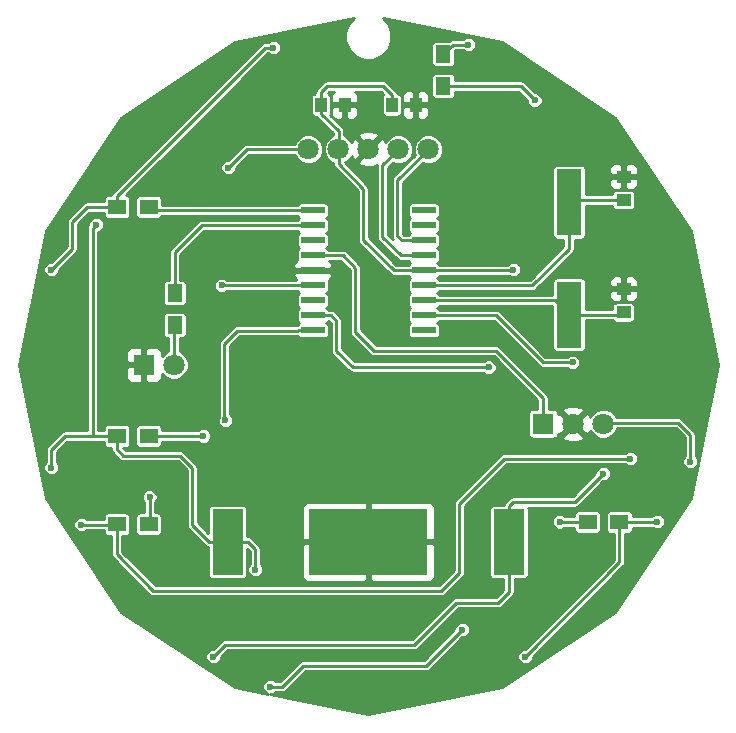
<source format=gbl>
G04 #@! TF.FileFunction,Copper,L2,Bot,Signal*
%FSLAX46Y46*%
G04 Gerber Fmt 4.6, Leading zero omitted, Abs format (unit mm)*
G04 Created by KiCad (PCBNEW 4.0.7) date Thursday, May 03, 2018 'AMt' 10:41:57 AM*
%MOMM*%
%LPD*%
G01*
G04 APERTURE LIST*
%ADD10C,0.100000*%
%ADD11R,2.600000X5.560000*%
%ADD12R,10.000000X5.560000*%
%ADD13R,1.000000X1.250000*%
%ADD14R,1.250000X1.000000*%
%ADD15R,1.800000X1.800000*%
%ADD16C,1.800000*%
%ADD17R,1.300000X1.500000*%
%ADD18R,1.500000X1.300000*%
%ADD19R,2.000000X0.600000*%
%ADD20R,2.100000X5.600000*%
%ADD21C,0.600000*%
%ADD22C,0.250000*%
%ADD23C,0.254000*%
G04 APERTURE END LIST*
D10*
D11*
X88095000Y-115000000D03*
D12*
X100000000Y-115000000D03*
D11*
X111905000Y-115000000D03*
D13*
X96000000Y-78000000D03*
X98000000Y-78000000D03*
X102000000Y-78000000D03*
X104000000Y-78000000D03*
D14*
X121610000Y-95570000D03*
X121610000Y-93570000D03*
X121610000Y-86060000D03*
X121610000Y-84060000D03*
D15*
X81000000Y-100000000D03*
D16*
X83540000Y-100000000D03*
D17*
X106350000Y-73700000D03*
X106350000Y-76400000D03*
D18*
X78700000Y-113500000D03*
X81400000Y-113500000D03*
X78700000Y-86640000D03*
X81400000Y-86640000D03*
X121260000Y-113320000D03*
X118560000Y-113320000D03*
X78700000Y-106030000D03*
X81400000Y-106030000D03*
D17*
X83610000Y-93910000D03*
X83610000Y-96610000D03*
D19*
X95300000Y-97080000D03*
X95300000Y-95810000D03*
X95300000Y-94540000D03*
X95300000Y-93270000D03*
X95300000Y-92000000D03*
X95300000Y-90730000D03*
X95300000Y-89460000D03*
X95300000Y-88190000D03*
X95300000Y-86920000D03*
X104700000Y-86920000D03*
X104700000Y-88190000D03*
X104700000Y-89460000D03*
X104700000Y-90730000D03*
X104700000Y-92000000D03*
X104700000Y-93270000D03*
X104700000Y-94540000D03*
X104700000Y-95810000D03*
X104700000Y-97080000D03*
D20*
X117000000Y-95750000D03*
X117000000Y-86250000D03*
D15*
X114800000Y-105000000D03*
D16*
X117340000Y-105000000D03*
X119880000Y-105000000D03*
X94930000Y-81740000D03*
X97470000Y-81740000D03*
X100010000Y-81740000D03*
X102550000Y-81740000D03*
X105090000Y-81740000D03*
D21*
X100076000Y-78994000D03*
X90424000Y-84582000D03*
X90424000Y-90932000D03*
X76962000Y-88138000D03*
X112268000Y-91948000D03*
X90424000Y-117348000D03*
X86868000Y-124714000D03*
X73152000Y-108712000D03*
X119888000Y-109220000D03*
X127254000Y-108204000D03*
X88138000Y-83312000D03*
X86030000Y-106030000D03*
X87580000Y-93280000D03*
X108458000Y-72898000D03*
X107950000Y-122428000D03*
X91694000Y-127254000D03*
X73152000Y-91948000D03*
X91948000Y-73152000D03*
X122174000Y-107950000D03*
X75692000Y-113538000D03*
X113284000Y-124714000D03*
X124460000Y-113284000D03*
X114100000Y-77600000D03*
X117300000Y-99800000D03*
X81500000Y-111200000D03*
X87900000Y-104700000D03*
X116200000Y-113300000D03*
X110200000Y-100200000D03*
D22*
X99484264Y-77978000D02*
X99462264Y-78000000D01*
X99462264Y-78000000D02*
X98000000Y-78000000D01*
X100076000Y-78994000D02*
X100076000Y-78569736D01*
X100076000Y-78569736D02*
X99484264Y-77978000D01*
X95300000Y-92000000D02*
X91492000Y-92000000D01*
X91492000Y-92000000D02*
X90424000Y-90932000D01*
X74310000Y-106030000D02*
X76708000Y-106030000D01*
X76662001Y-105984001D02*
X76708000Y-106030000D01*
X76708000Y-106030000D02*
X78700000Y-106030000D01*
X76962000Y-88138000D02*
X76662001Y-88437999D01*
X76662001Y-88437999D02*
X76662001Y-105984001D01*
X79248000Y-107696000D02*
X78700000Y-107148000D01*
X78700000Y-107148000D02*
X78700000Y-106030000D01*
X84074000Y-107696000D02*
X79248000Y-107696000D01*
X104700000Y-92000000D02*
X112216000Y-92000000D01*
X112216000Y-92000000D02*
X112268000Y-91948000D01*
X99568000Y-85090000D02*
X97480000Y-83002000D01*
X97480000Y-83002000D02*
X97480000Y-81750000D01*
X99568000Y-89408000D02*
X99568000Y-85090000D01*
X102160000Y-92000000D02*
X99568000Y-89408000D01*
X104700000Y-92000000D02*
X102160000Y-92000000D01*
X90424000Y-115570000D02*
X89854000Y-115000000D01*
X89854000Y-115000000D02*
X88095000Y-115000000D01*
X90424000Y-117348000D02*
X90424000Y-115570000D01*
X110998000Y-120142000D02*
X111905000Y-119235000D01*
X111905000Y-119235000D02*
X111905000Y-115000000D01*
X107442000Y-120142000D02*
X110998000Y-120142000D01*
X103886000Y-123698000D02*
X107442000Y-120142000D01*
X87884000Y-123698000D02*
X103886000Y-123698000D01*
X86868000Y-124714000D02*
X87884000Y-123698000D01*
X73152000Y-108712000D02*
X73152000Y-107188000D01*
X73152000Y-107188000D02*
X74310000Y-106030000D01*
X85090000Y-108712000D02*
X84074000Y-107696000D01*
X85090000Y-113545000D02*
X85090000Y-108712000D01*
X88095000Y-115000000D02*
X86545000Y-115000000D01*
X86545000Y-115000000D02*
X85090000Y-113545000D01*
X117501000Y-111607000D02*
X119888000Y-109220000D01*
X112268000Y-111607000D02*
X117501000Y-111607000D01*
X111905000Y-115000000D02*
X111905000Y-111970000D01*
X111905000Y-111970000D02*
X112268000Y-111607000D01*
X127254000Y-108204000D02*
X127254000Y-105918000D01*
X127254000Y-105918000D02*
X126238000Y-104902000D01*
X126238000Y-104902000D02*
X119978000Y-104902000D01*
X119978000Y-104902000D02*
X119880000Y-105000000D01*
X97480000Y-81750000D02*
X97480000Y-80208000D01*
X97480000Y-80208000D02*
X96000000Y-78728000D01*
X96000000Y-78728000D02*
X96000000Y-78000000D01*
X102000000Y-78000000D02*
X102000000Y-77125000D01*
X102000000Y-77125000D02*
X101275000Y-76400000D01*
X101275000Y-76400000D02*
X96500000Y-76400000D01*
X96500000Y-76400000D02*
X96000000Y-76900000D01*
X96000000Y-76900000D02*
X96000000Y-78000000D01*
X83602000Y-106030000D02*
X81400000Y-106030000D01*
X88138000Y-83312000D02*
X89700000Y-81750000D01*
X89700000Y-81750000D02*
X94940000Y-81750000D01*
X86030000Y-106030000D02*
X83602000Y-106030000D01*
X94050000Y-93270000D02*
X87590000Y-93270000D01*
X87590000Y-93270000D02*
X87580000Y-93280000D01*
X95300000Y-93270000D02*
X94050000Y-93270000D01*
X108458000Y-72898000D02*
X107152000Y-72898000D01*
X107152000Y-72898000D02*
X106350000Y-73700000D01*
X104140000Y-125476000D02*
X104902000Y-125476000D01*
X104902000Y-125476000D02*
X107950000Y-122428000D01*
X94488000Y-125476000D02*
X104140000Y-125476000D01*
X92710000Y-127254000D02*
X94488000Y-125476000D01*
X91694000Y-127254000D02*
X92710000Y-127254000D01*
X74930000Y-87884000D02*
X76174000Y-86640000D01*
X76174000Y-86640000D02*
X78700000Y-86640000D01*
X74930000Y-90170000D02*
X74930000Y-87884000D01*
X73152000Y-91948000D02*
X74930000Y-90170000D01*
X91288000Y-73152000D02*
X91948000Y-73152000D01*
X78700000Y-86640000D02*
X78700000Y-85740000D01*
X78700000Y-85740000D02*
X91288000Y-73152000D01*
X122174000Y-107950000D02*
X111506000Y-107950000D01*
X111506000Y-107950000D02*
X107696000Y-111760000D01*
X107696000Y-111760000D02*
X107696000Y-117602000D01*
X107696000Y-117602000D02*
X106172000Y-119126000D01*
X106172000Y-119126000D02*
X81788000Y-119126000D01*
X81788000Y-119126000D02*
X78700000Y-116038000D01*
X78700000Y-116038000D02*
X78700000Y-113500000D01*
X75692000Y-113538000D02*
X78662000Y-113538000D01*
X78662000Y-113538000D02*
X78700000Y-113500000D01*
X121260000Y-113320000D02*
X121260000Y-116738000D01*
X121260000Y-116738000D02*
X113284000Y-124714000D01*
X121260000Y-113320000D02*
X124424000Y-113320000D01*
X124424000Y-113320000D02*
X124460000Y-113284000D01*
X83540000Y-100000000D02*
X83540000Y-96680000D01*
X83540000Y-96680000D02*
X83610000Y-96610000D01*
X104700000Y-90730000D02*
X102760000Y-90730000D01*
X102760000Y-90730000D02*
X101200000Y-89170000D01*
X101200000Y-89170000D02*
X101200000Y-83110000D01*
X101200000Y-83110000D02*
X102560000Y-81750000D01*
X104700000Y-89460000D02*
X102830000Y-89460000D01*
X102830000Y-89460000D02*
X102470000Y-89100000D01*
X102470000Y-89100000D02*
X102470000Y-84380000D01*
X102470000Y-84380000D02*
X105100000Y-81750000D01*
X114100000Y-77600000D02*
X112900000Y-76400000D01*
X112900000Y-76400000D02*
X106350000Y-76400000D01*
X110810000Y-95810000D02*
X114800000Y-99800000D01*
X114800000Y-99800000D02*
X117300000Y-99800000D01*
X104700000Y-95810000D02*
X110810000Y-95810000D01*
X81500000Y-111200000D02*
X81500000Y-113470000D01*
X81500000Y-113470000D02*
X81470000Y-113500000D01*
X87800000Y-98200000D02*
X87800000Y-104400000D01*
X87800000Y-104400000D02*
X87800000Y-104600000D01*
X87900000Y-104700000D02*
X87900000Y-104500000D01*
X87900000Y-104500000D02*
X87800000Y-104400000D01*
X88900000Y-97100000D02*
X87800000Y-98200000D01*
X94030000Y-97100000D02*
X88900000Y-97100000D01*
X95300000Y-97080000D02*
X94050000Y-97080000D01*
X94050000Y-97080000D02*
X94030000Y-97100000D01*
X116200000Y-113300000D02*
X118540000Y-113300000D01*
X118540000Y-113300000D02*
X118560000Y-113320000D01*
X97300000Y-98800000D02*
X98700000Y-100200000D01*
X98700000Y-100200000D02*
X110200000Y-100200000D01*
X97300000Y-96300000D02*
X97300000Y-98800000D01*
X96800000Y-95800000D02*
X97300000Y-96300000D01*
X96010000Y-95800000D02*
X96800000Y-95800000D01*
X95300000Y-95810000D02*
X96000000Y-95810000D01*
X96000000Y-95810000D02*
X96010000Y-95800000D01*
X85910000Y-88190000D02*
X83610000Y-90490000D01*
X83610000Y-90490000D02*
X83610000Y-93910000D01*
X95300000Y-88190000D02*
X85910000Y-88190000D01*
X95300000Y-90730000D02*
X97830000Y-90730000D01*
X114800000Y-102800000D02*
X114800000Y-105000000D01*
X97830000Y-90730000D02*
X98900000Y-91800000D01*
X98900000Y-91800000D02*
X98900000Y-97200000D01*
X98900000Y-97200000D02*
X100500000Y-98800000D01*
X100500000Y-98800000D02*
X110800000Y-98800000D01*
X110800000Y-98800000D02*
X114800000Y-102800000D01*
X117000000Y-95750000D02*
X121430000Y-95750000D01*
X121430000Y-95750000D02*
X121610000Y-95570000D01*
X104700000Y-94540000D02*
X115790000Y-94540000D01*
X115790000Y-94540000D02*
X117000000Y-95750000D01*
X121610000Y-86060000D02*
X117190000Y-86060000D01*
X117190000Y-86060000D02*
X117000000Y-86250000D01*
X113890000Y-93270000D02*
X117000000Y-90160000D01*
X117000000Y-90160000D02*
X117000000Y-86250000D01*
X104700000Y-93270000D02*
X113890000Y-93270000D01*
X95300000Y-86920000D02*
X81680000Y-86920000D01*
X81680000Y-86920000D02*
X81400000Y-86640000D01*
D23*
G36*
X98343598Y-71091135D02*
X98045340Y-71809420D01*
X98044661Y-72587168D01*
X98341665Y-73305972D01*
X98891135Y-73856402D01*
X99609420Y-74154660D01*
X100387168Y-74155339D01*
X101105972Y-73858335D01*
X101656402Y-73308865D01*
X101805415Y-72950000D01*
X105338046Y-72950000D01*
X105338046Y-74450000D01*
X105362800Y-74581555D01*
X105440549Y-74702380D01*
X105559180Y-74783437D01*
X105700000Y-74811954D01*
X107000000Y-74811954D01*
X107131555Y-74787200D01*
X107252380Y-74709451D01*
X107333437Y-74590820D01*
X107361954Y-74450000D01*
X107361954Y-73378000D01*
X108011660Y-73378000D01*
X108086488Y-73452958D01*
X108327141Y-73552886D01*
X108587716Y-73553113D01*
X108828543Y-73453606D01*
X109012958Y-73269512D01*
X109112886Y-73028859D01*
X109113113Y-72768284D01*
X109013606Y-72527457D01*
X108829512Y-72343042D01*
X108588859Y-72243114D01*
X108328284Y-72242887D01*
X108087457Y-72342394D01*
X108011719Y-72418000D01*
X107152000Y-72418000D01*
X106968312Y-72454538D01*
X106812589Y-72558589D01*
X106783132Y-72588046D01*
X105700000Y-72588046D01*
X105568445Y-72612800D01*
X105447620Y-72690549D01*
X105366563Y-72809180D01*
X105338046Y-72950000D01*
X101805415Y-72950000D01*
X101954660Y-72590580D01*
X101955339Y-71812832D01*
X101658335Y-71094028D01*
X101242104Y-70677070D01*
X111315949Y-72680882D01*
X120909148Y-79090852D01*
X127319118Y-88684051D01*
X129570000Y-100000000D01*
X127319118Y-111315949D01*
X120909148Y-120909148D01*
X111315949Y-127319118D01*
X100000000Y-129570000D01*
X91649393Y-127908961D01*
X91823716Y-127909113D01*
X92064543Y-127809606D01*
X92140281Y-127734000D01*
X92710000Y-127734000D01*
X92893688Y-127697462D01*
X93049411Y-127593411D01*
X94686822Y-125956000D01*
X104902000Y-125956000D01*
X105085688Y-125919462D01*
X105241411Y-125815411D01*
X106213106Y-124843716D01*
X112628887Y-124843716D01*
X112728394Y-125084543D01*
X112912488Y-125268958D01*
X113153141Y-125368886D01*
X113413716Y-125369113D01*
X113654543Y-125269606D01*
X113838958Y-125085512D01*
X113938886Y-124844859D01*
X113938979Y-124737843D01*
X121599411Y-117077412D01*
X121703462Y-116921688D01*
X121729180Y-116792394D01*
X121740000Y-116738000D01*
X121740000Y-114331954D01*
X122010000Y-114331954D01*
X122141555Y-114307200D01*
X122262380Y-114229451D01*
X122343437Y-114110820D01*
X122371954Y-113970000D01*
X122371954Y-113800000D01*
X124049598Y-113800000D01*
X124088488Y-113838958D01*
X124329141Y-113938886D01*
X124589716Y-113939113D01*
X124830543Y-113839606D01*
X125014958Y-113655512D01*
X125114886Y-113414859D01*
X125115113Y-113154284D01*
X125015606Y-112913457D01*
X124831512Y-112729042D01*
X124590859Y-112629114D01*
X124330284Y-112628887D01*
X124089457Y-112728394D01*
X123977656Y-112840000D01*
X122371954Y-112840000D01*
X122371954Y-112670000D01*
X122347200Y-112538445D01*
X122269451Y-112417620D01*
X122150820Y-112336563D01*
X122010000Y-112308046D01*
X120510000Y-112308046D01*
X120378445Y-112332800D01*
X120257620Y-112410549D01*
X120176563Y-112529180D01*
X120148046Y-112670000D01*
X120148046Y-113970000D01*
X120172800Y-114101555D01*
X120250549Y-114222380D01*
X120369180Y-114303437D01*
X120510000Y-114331954D01*
X120780000Y-114331954D01*
X120780000Y-116539177D01*
X113260199Y-124058979D01*
X113154284Y-124058887D01*
X112913457Y-124158394D01*
X112729042Y-124342488D01*
X112629114Y-124583141D01*
X112628887Y-124843716D01*
X106213106Y-124843716D01*
X107973801Y-123083021D01*
X108079716Y-123083113D01*
X108320543Y-122983606D01*
X108504958Y-122799512D01*
X108604886Y-122558859D01*
X108605113Y-122298284D01*
X108505606Y-122057457D01*
X108321512Y-121873042D01*
X108080859Y-121773114D01*
X107820284Y-121772887D01*
X107579457Y-121872394D01*
X107395042Y-122056488D01*
X107295114Y-122297141D01*
X107295021Y-122404157D01*
X104703178Y-124996000D01*
X94488000Y-124996000D01*
X94304312Y-125032538D01*
X94148589Y-125136589D01*
X92511178Y-126774000D01*
X92140340Y-126774000D01*
X92065512Y-126699042D01*
X91824859Y-126599114D01*
X91564284Y-126598887D01*
X91323457Y-126698394D01*
X91139042Y-126882488D01*
X91039114Y-127123141D01*
X91038887Y-127383716D01*
X91138394Y-127624543D01*
X91322488Y-127808958D01*
X91484179Y-127876098D01*
X88684051Y-127319118D01*
X84979350Y-124843716D01*
X86212887Y-124843716D01*
X86312394Y-125084543D01*
X86496488Y-125268958D01*
X86737141Y-125368886D01*
X86997716Y-125369113D01*
X87238543Y-125269606D01*
X87422958Y-125085512D01*
X87522886Y-124844859D01*
X87522979Y-124737843D01*
X88082822Y-124178000D01*
X103886000Y-124178000D01*
X104069688Y-124141462D01*
X104225411Y-124037411D01*
X107640823Y-120622000D01*
X110998000Y-120622000D01*
X111181688Y-120585462D01*
X111337411Y-120481411D01*
X112244411Y-119574411D01*
X112348462Y-119418688D01*
X112385000Y-119235000D01*
X112385000Y-118141954D01*
X113205000Y-118141954D01*
X113336555Y-118117200D01*
X113457380Y-118039451D01*
X113538437Y-117920820D01*
X113566954Y-117780000D01*
X113566954Y-113429716D01*
X115544887Y-113429716D01*
X115644394Y-113670543D01*
X115828488Y-113854958D01*
X116069141Y-113954886D01*
X116329716Y-113955113D01*
X116570543Y-113855606D01*
X116646281Y-113780000D01*
X117448046Y-113780000D01*
X117448046Y-113970000D01*
X117472800Y-114101555D01*
X117550549Y-114222380D01*
X117669180Y-114303437D01*
X117810000Y-114331954D01*
X119310000Y-114331954D01*
X119441555Y-114307200D01*
X119562380Y-114229451D01*
X119643437Y-114110820D01*
X119671954Y-113970000D01*
X119671954Y-112670000D01*
X119647200Y-112538445D01*
X119569451Y-112417620D01*
X119450820Y-112336563D01*
X119310000Y-112308046D01*
X117810000Y-112308046D01*
X117678445Y-112332800D01*
X117557620Y-112410549D01*
X117476563Y-112529180D01*
X117448046Y-112670000D01*
X117448046Y-112820000D01*
X116646340Y-112820000D01*
X116571512Y-112745042D01*
X116330859Y-112645114D01*
X116070284Y-112644887D01*
X115829457Y-112744394D01*
X115645042Y-112928488D01*
X115545114Y-113169141D01*
X115544887Y-113429716D01*
X113566954Y-113429716D01*
X113566954Y-112220000D01*
X113542200Y-112088445D01*
X113541270Y-112087000D01*
X117501000Y-112087000D01*
X117684688Y-112050462D01*
X117840411Y-111946411D01*
X119911801Y-109875021D01*
X120017716Y-109875113D01*
X120258543Y-109775606D01*
X120442958Y-109591512D01*
X120542886Y-109350859D01*
X120543113Y-109090284D01*
X120443606Y-108849457D01*
X120259512Y-108665042D01*
X120018859Y-108565114D01*
X119758284Y-108564887D01*
X119517457Y-108664394D01*
X119333042Y-108848488D01*
X119233114Y-109089141D01*
X119233021Y-109196157D01*
X117302178Y-111127000D01*
X112268000Y-111127000D01*
X112084312Y-111163538D01*
X111928589Y-111267588D01*
X111565589Y-111630589D01*
X111461538Y-111786312D01*
X111447269Y-111858046D01*
X110605000Y-111858046D01*
X110473445Y-111882800D01*
X110352620Y-111960549D01*
X110271563Y-112079180D01*
X110243046Y-112220000D01*
X110243046Y-117780000D01*
X110267800Y-117911555D01*
X110345549Y-118032380D01*
X110464180Y-118113437D01*
X110605000Y-118141954D01*
X111425000Y-118141954D01*
X111425000Y-119036178D01*
X110799178Y-119662000D01*
X107442000Y-119662000D01*
X107258312Y-119698538D01*
X107102588Y-119802589D01*
X103687178Y-123218000D01*
X87884000Y-123218000D01*
X87700312Y-123254538D01*
X87544589Y-123358589D01*
X86844199Y-124058979D01*
X86738284Y-124058887D01*
X86497457Y-124158394D01*
X86313042Y-124342488D01*
X86213114Y-124583141D01*
X86212887Y-124843716D01*
X84979350Y-124843716D01*
X79090852Y-120909148D01*
X74252283Y-113667716D01*
X75036887Y-113667716D01*
X75136394Y-113908543D01*
X75320488Y-114092958D01*
X75561141Y-114192886D01*
X75821716Y-114193113D01*
X76062543Y-114093606D01*
X76138281Y-114018000D01*
X77588046Y-114018000D01*
X77588046Y-114150000D01*
X77612800Y-114281555D01*
X77690549Y-114402380D01*
X77809180Y-114483437D01*
X77950000Y-114511954D01*
X78220000Y-114511954D01*
X78220000Y-116038000D01*
X78256538Y-116221688D01*
X78360589Y-116377411D01*
X81448588Y-119465411D01*
X81604312Y-119569462D01*
X81788000Y-119606000D01*
X106172000Y-119606000D01*
X106355688Y-119569462D01*
X106511411Y-119465411D01*
X108035411Y-117941412D01*
X108139462Y-117785688D01*
X108152818Y-117718543D01*
X108176000Y-117602000D01*
X108176000Y-111958822D01*
X111704822Y-108430000D01*
X121727660Y-108430000D01*
X121802488Y-108504958D01*
X122043141Y-108604886D01*
X122303716Y-108605113D01*
X122544543Y-108505606D01*
X122728958Y-108321512D01*
X122828886Y-108080859D01*
X122829113Y-107820284D01*
X122729606Y-107579457D01*
X122545512Y-107395042D01*
X122304859Y-107295114D01*
X122044284Y-107294887D01*
X121803457Y-107394394D01*
X121727719Y-107470000D01*
X111506000Y-107470000D01*
X111322312Y-107506538D01*
X111166589Y-107610589D01*
X107356589Y-111420589D01*
X107252538Y-111576312D01*
X107216000Y-111760000D01*
X107216000Y-117403177D01*
X105973178Y-118646000D01*
X81986823Y-118646000D01*
X79180000Y-115839178D01*
X79180000Y-114511954D01*
X79450000Y-114511954D01*
X79581555Y-114487200D01*
X79702380Y-114409451D01*
X79783437Y-114290820D01*
X79811954Y-114150000D01*
X79811954Y-112850000D01*
X80288046Y-112850000D01*
X80288046Y-114150000D01*
X80312800Y-114281555D01*
X80390549Y-114402380D01*
X80509180Y-114483437D01*
X80650000Y-114511954D01*
X82150000Y-114511954D01*
X82281555Y-114487200D01*
X82402380Y-114409451D01*
X82483437Y-114290820D01*
X82511954Y-114150000D01*
X82511954Y-112850000D01*
X82487200Y-112718445D01*
X82409451Y-112597620D01*
X82290820Y-112516563D01*
X82150000Y-112488046D01*
X81980000Y-112488046D01*
X81980000Y-111646340D01*
X82054958Y-111571512D01*
X82154886Y-111330859D01*
X82155113Y-111070284D01*
X82055606Y-110829457D01*
X81871512Y-110645042D01*
X81630859Y-110545114D01*
X81370284Y-110544887D01*
X81129457Y-110644394D01*
X80945042Y-110828488D01*
X80845114Y-111069141D01*
X80844887Y-111329716D01*
X80944394Y-111570543D01*
X81020000Y-111646281D01*
X81020000Y-112488046D01*
X80650000Y-112488046D01*
X80518445Y-112512800D01*
X80397620Y-112590549D01*
X80316563Y-112709180D01*
X80288046Y-112850000D01*
X79811954Y-112850000D01*
X79787200Y-112718445D01*
X79709451Y-112597620D01*
X79590820Y-112516563D01*
X79450000Y-112488046D01*
X77950000Y-112488046D01*
X77818445Y-112512800D01*
X77697620Y-112590549D01*
X77616563Y-112709180D01*
X77588046Y-112850000D01*
X77588046Y-113058000D01*
X76138340Y-113058000D01*
X76063512Y-112983042D01*
X75822859Y-112883114D01*
X75562284Y-112882887D01*
X75321457Y-112982394D01*
X75137042Y-113166488D01*
X75037114Y-113407141D01*
X75036887Y-113667716D01*
X74252283Y-113667716D01*
X72680882Y-111315949D01*
X72188727Y-108841716D01*
X72496887Y-108841716D01*
X72596394Y-109082543D01*
X72780488Y-109266958D01*
X73021141Y-109366886D01*
X73281716Y-109367113D01*
X73522543Y-109267606D01*
X73706958Y-109083512D01*
X73806886Y-108842859D01*
X73807113Y-108582284D01*
X73707606Y-108341457D01*
X73632000Y-108265719D01*
X73632000Y-107386822D01*
X74508822Y-106510000D01*
X77588046Y-106510000D01*
X77588046Y-106680000D01*
X77612800Y-106811555D01*
X77690549Y-106932380D01*
X77809180Y-107013437D01*
X77950000Y-107041954D01*
X78220000Y-107041954D01*
X78220000Y-107148000D01*
X78256538Y-107331688D01*
X78360589Y-107487411D01*
X78908589Y-108035411D01*
X79064312Y-108139462D01*
X79248000Y-108176000D01*
X83875178Y-108176000D01*
X84610000Y-108910822D01*
X84610000Y-113545000D01*
X84646538Y-113728688D01*
X84750589Y-113884411D01*
X86205589Y-115339411D01*
X86361312Y-115443462D01*
X86433046Y-115457731D01*
X86433046Y-117780000D01*
X86457800Y-117911555D01*
X86535549Y-118032380D01*
X86654180Y-118113437D01*
X86795000Y-118141954D01*
X89395000Y-118141954D01*
X89526555Y-118117200D01*
X89647380Y-118039451D01*
X89728437Y-117920820D01*
X89756954Y-117780000D01*
X89756954Y-115581776D01*
X89944000Y-115768822D01*
X89944000Y-116901660D01*
X89869042Y-116976488D01*
X89769114Y-117217141D01*
X89768887Y-117477716D01*
X89868394Y-117718543D01*
X90052488Y-117902958D01*
X90293141Y-118002886D01*
X90553716Y-118003113D01*
X90794543Y-117903606D01*
X90978958Y-117719512D01*
X91078886Y-117478859D01*
X91079113Y-117218284D01*
X90979606Y-116977457D01*
X90904000Y-116901719D01*
X90904000Y-115570000D01*
X90867462Y-115386312D01*
X90800269Y-115285750D01*
X94365000Y-115285750D01*
X94365000Y-117906310D01*
X94461673Y-118139699D01*
X94640302Y-118318327D01*
X94873691Y-118415000D01*
X99714250Y-118415000D01*
X99873000Y-118256250D01*
X99873000Y-115127000D01*
X100127000Y-115127000D01*
X100127000Y-118256250D01*
X100285750Y-118415000D01*
X105126309Y-118415000D01*
X105359698Y-118318327D01*
X105538327Y-118139699D01*
X105635000Y-117906310D01*
X105635000Y-115285750D01*
X105476250Y-115127000D01*
X100127000Y-115127000D01*
X99873000Y-115127000D01*
X94523750Y-115127000D01*
X94365000Y-115285750D01*
X90800269Y-115285750D01*
X90763411Y-115230589D01*
X90193411Y-114660589D01*
X90037688Y-114556538D01*
X89854000Y-114520000D01*
X89756954Y-114520000D01*
X89756954Y-112220000D01*
X89733187Y-112093690D01*
X94365000Y-112093690D01*
X94365000Y-114714250D01*
X94523750Y-114873000D01*
X99873000Y-114873000D01*
X99873000Y-111743750D01*
X100127000Y-111743750D01*
X100127000Y-114873000D01*
X105476250Y-114873000D01*
X105635000Y-114714250D01*
X105635000Y-112093690D01*
X105538327Y-111860301D01*
X105359698Y-111681673D01*
X105126309Y-111585000D01*
X100285750Y-111585000D01*
X100127000Y-111743750D01*
X99873000Y-111743750D01*
X99714250Y-111585000D01*
X94873691Y-111585000D01*
X94640302Y-111681673D01*
X94461673Y-111860301D01*
X94365000Y-112093690D01*
X89733187Y-112093690D01*
X89732200Y-112088445D01*
X89654451Y-111967620D01*
X89535820Y-111886563D01*
X89395000Y-111858046D01*
X86795000Y-111858046D01*
X86663445Y-111882800D01*
X86542620Y-111960549D01*
X86461563Y-112079180D01*
X86433046Y-112220000D01*
X86433046Y-114209224D01*
X85570000Y-113346178D01*
X85570000Y-108712000D01*
X85533462Y-108528312D01*
X85429411Y-108372589D01*
X84413411Y-107356589D01*
X84257688Y-107252538D01*
X84074000Y-107216000D01*
X79446822Y-107216000D01*
X79272776Y-107041954D01*
X79450000Y-107041954D01*
X79581555Y-107017200D01*
X79702380Y-106939451D01*
X79783437Y-106820820D01*
X79811954Y-106680000D01*
X79811954Y-105380000D01*
X80288046Y-105380000D01*
X80288046Y-106680000D01*
X80312800Y-106811555D01*
X80390549Y-106932380D01*
X80509180Y-107013437D01*
X80650000Y-107041954D01*
X82150000Y-107041954D01*
X82281555Y-107017200D01*
X82402380Y-106939451D01*
X82483437Y-106820820D01*
X82511954Y-106680000D01*
X82511954Y-106510000D01*
X85583660Y-106510000D01*
X85658488Y-106584958D01*
X85899141Y-106684886D01*
X86159716Y-106685113D01*
X86400543Y-106585606D01*
X86584958Y-106401512D01*
X86684886Y-106160859D01*
X86685113Y-105900284D01*
X86585606Y-105659457D01*
X86401512Y-105475042D01*
X86160859Y-105375114D01*
X85900284Y-105374887D01*
X85659457Y-105474394D01*
X85583719Y-105550000D01*
X82511954Y-105550000D01*
X82511954Y-105380000D01*
X82487200Y-105248445D01*
X82409451Y-105127620D01*
X82290820Y-105046563D01*
X82150000Y-105018046D01*
X80650000Y-105018046D01*
X80518445Y-105042800D01*
X80397620Y-105120549D01*
X80316563Y-105239180D01*
X80288046Y-105380000D01*
X79811954Y-105380000D01*
X79787200Y-105248445D01*
X79709451Y-105127620D01*
X79590820Y-105046563D01*
X79450000Y-105018046D01*
X77950000Y-105018046D01*
X77818445Y-105042800D01*
X77697620Y-105120549D01*
X77616563Y-105239180D01*
X77588046Y-105380000D01*
X77588046Y-105550000D01*
X77142001Y-105550000D01*
X77142001Y-100285750D01*
X79465000Y-100285750D01*
X79465000Y-101026310D01*
X79561673Y-101259699D01*
X79740302Y-101438327D01*
X79973691Y-101535000D01*
X80714250Y-101535000D01*
X80873000Y-101376250D01*
X80873000Y-100127000D01*
X79623750Y-100127000D01*
X79465000Y-100285750D01*
X77142001Y-100285750D01*
X77142001Y-98973690D01*
X79465000Y-98973690D01*
X79465000Y-99714250D01*
X79623750Y-99873000D01*
X80873000Y-99873000D01*
X80873000Y-98623750D01*
X81127000Y-98623750D01*
X81127000Y-99873000D01*
X81147000Y-99873000D01*
X81147000Y-100127000D01*
X81127000Y-100127000D01*
X81127000Y-101376250D01*
X81285750Y-101535000D01*
X82026309Y-101535000D01*
X82259698Y-101438327D01*
X82438327Y-101259699D01*
X82535000Y-101026310D01*
X82535000Y-100769634D01*
X82828171Y-101063317D01*
X83289270Y-101254782D01*
X83788540Y-101255217D01*
X84249972Y-101064558D01*
X84603317Y-100711829D01*
X84794782Y-100250730D01*
X84795217Y-99751460D01*
X84604558Y-99290028D01*
X84251829Y-98936683D01*
X84020000Y-98840419D01*
X84020000Y-97721954D01*
X84260000Y-97721954D01*
X84391555Y-97697200D01*
X84512380Y-97619451D01*
X84593437Y-97500820D01*
X84621954Y-97360000D01*
X84621954Y-95860000D01*
X84597200Y-95728445D01*
X84519451Y-95607620D01*
X84400820Y-95526563D01*
X84260000Y-95498046D01*
X82960000Y-95498046D01*
X82828445Y-95522800D01*
X82707620Y-95600549D01*
X82626563Y-95719180D01*
X82598046Y-95860000D01*
X82598046Y-97360000D01*
X82622800Y-97491555D01*
X82700549Y-97612380D01*
X82819180Y-97693437D01*
X82960000Y-97721954D01*
X83060000Y-97721954D01*
X83060000Y-98840420D01*
X82830028Y-98935442D01*
X82535000Y-99229956D01*
X82535000Y-98973690D01*
X82438327Y-98740301D01*
X82259698Y-98561673D01*
X82026309Y-98465000D01*
X81285750Y-98465000D01*
X81127000Y-98623750D01*
X80873000Y-98623750D01*
X80714250Y-98465000D01*
X79973691Y-98465000D01*
X79740302Y-98561673D01*
X79561673Y-98740301D01*
X79465000Y-98973690D01*
X77142001Y-98973690D01*
X77142001Y-88772336D01*
X77332543Y-88693606D01*
X77516958Y-88509512D01*
X77616886Y-88268859D01*
X77617113Y-88008284D01*
X77517606Y-87767457D01*
X77333512Y-87583042D01*
X77092859Y-87483114D01*
X76832284Y-87482887D01*
X76591457Y-87582394D01*
X76407042Y-87766488D01*
X76307114Y-88007141D01*
X76307014Y-88121899D01*
X76218539Y-88254311D01*
X76182001Y-88437999D01*
X76182001Y-105550000D01*
X74310000Y-105550000D01*
X74126312Y-105586538D01*
X73970589Y-105690589D01*
X72812589Y-106848589D01*
X72708538Y-107004312D01*
X72672000Y-107188000D01*
X72672000Y-108265660D01*
X72597042Y-108340488D01*
X72497114Y-108581141D01*
X72496887Y-108841716D01*
X72188727Y-108841716D01*
X70430000Y-100000000D01*
X72005840Y-92077716D01*
X72496887Y-92077716D01*
X72596394Y-92318543D01*
X72780488Y-92502958D01*
X73021141Y-92602886D01*
X73281716Y-92603113D01*
X73522543Y-92503606D01*
X73706958Y-92319512D01*
X73806886Y-92078859D01*
X73806979Y-91971843D01*
X75269411Y-90509411D01*
X75373462Y-90353688D01*
X75410000Y-90170000D01*
X75410000Y-88082822D01*
X76372822Y-87120000D01*
X77588046Y-87120000D01*
X77588046Y-87290000D01*
X77612800Y-87421555D01*
X77690549Y-87542380D01*
X77809180Y-87623437D01*
X77950000Y-87651954D01*
X79450000Y-87651954D01*
X79581555Y-87627200D01*
X79702380Y-87549451D01*
X79783437Y-87430820D01*
X79811954Y-87290000D01*
X79811954Y-85990000D01*
X80288046Y-85990000D01*
X80288046Y-87290000D01*
X80312800Y-87421555D01*
X80390549Y-87542380D01*
X80509180Y-87623437D01*
X80650000Y-87651954D01*
X82150000Y-87651954D01*
X82281555Y-87627200D01*
X82402380Y-87549451D01*
X82483437Y-87430820D01*
X82489678Y-87400000D01*
X93993974Y-87400000D01*
X94040549Y-87472380D01*
X94159180Y-87553437D01*
X94165474Y-87554712D01*
X94047620Y-87630549D01*
X93993334Y-87710000D01*
X85910000Y-87710000D01*
X85726312Y-87746538D01*
X85570589Y-87850589D01*
X83270589Y-90150589D01*
X83166538Y-90306312D01*
X83130000Y-90490000D01*
X83130000Y-92798046D01*
X82960000Y-92798046D01*
X82828445Y-92822800D01*
X82707620Y-92900549D01*
X82626563Y-93019180D01*
X82598046Y-93160000D01*
X82598046Y-94660000D01*
X82622800Y-94791555D01*
X82700549Y-94912380D01*
X82819180Y-94993437D01*
X82960000Y-95021954D01*
X84260000Y-95021954D01*
X84391555Y-94997200D01*
X84512380Y-94919451D01*
X84593437Y-94800820D01*
X84621954Y-94660000D01*
X84621954Y-93409716D01*
X86924887Y-93409716D01*
X87024394Y-93650543D01*
X87208488Y-93834958D01*
X87449141Y-93934886D01*
X87709716Y-93935113D01*
X87950543Y-93835606D01*
X88036298Y-93750000D01*
X93993974Y-93750000D01*
X94040549Y-93822380D01*
X94159180Y-93903437D01*
X94165474Y-93904712D01*
X94047620Y-93980549D01*
X93966563Y-94099180D01*
X93938046Y-94240000D01*
X93938046Y-94840000D01*
X93962800Y-94971555D01*
X94040549Y-95092380D01*
X94159180Y-95173437D01*
X94165474Y-95174712D01*
X94047620Y-95250549D01*
X93966563Y-95369180D01*
X93938046Y-95510000D01*
X93938046Y-96110000D01*
X93962800Y-96241555D01*
X94040549Y-96362380D01*
X94159180Y-96443437D01*
X94165474Y-96444712D01*
X94047620Y-96520549D01*
X93984421Y-96613045D01*
X93949454Y-96620000D01*
X88900000Y-96620000D01*
X88716312Y-96656538D01*
X88560589Y-96760589D01*
X87460589Y-97860589D01*
X87356538Y-98016312D01*
X87320000Y-98200000D01*
X87320000Y-104388796D01*
X87245114Y-104569141D01*
X87244887Y-104829716D01*
X87344394Y-105070543D01*
X87528488Y-105254958D01*
X87769141Y-105354886D01*
X88029716Y-105355113D01*
X88270543Y-105255606D01*
X88454958Y-105071512D01*
X88554886Y-104830859D01*
X88555113Y-104570284D01*
X88455606Y-104329457D01*
X88280000Y-104153545D01*
X88280000Y-98398822D01*
X89098822Y-97580000D01*
X94006843Y-97580000D01*
X94040549Y-97632380D01*
X94159180Y-97713437D01*
X94300000Y-97741954D01*
X96300000Y-97741954D01*
X96431555Y-97717200D01*
X96552380Y-97639451D01*
X96633437Y-97520820D01*
X96661954Y-97380000D01*
X96661954Y-96780000D01*
X96637200Y-96648445D01*
X96559451Y-96527620D01*
X96440820Y-96446563D01*
X96434526Y-96445288D01*
X96552380Y-96369451D01*
X96608498Y-96287320D01*
X96820000Y-96498822D01*
X96820000Y-98800000D01*
X96856538Y-98983688D01*
X96960589Y-99139411D01*
X98360589Y-100539411D01*
X98516312Y-100643462D01*
X98700000Y-100680000D01*
X109753660Y-100680000D01*
X109828488Y-100754958D01*
X110069141Y-100854886D01*
X110329716Y-100855113D01*
X110570543Y-100755606D01*
X110754958Y-100571512D01*
X110854886Y-100330859D01*
X110855113Y-100070284D01*
X110755606Y-99829457D01*
X110571512Y-99645042D01*
X110330859Y-99545114D01*
X110070284Y-99544887D01*
X109829457Y-99644394D01*
X109753719Y-99720000D01*
X98898822Y-99720000D01*
X97780000Y-98601178D01*
X97780000Y-96300000D01*
X97743462Y-96116312D01*
X97639411Y-95960589D01*
X97139411Y-95460589D01*
X96983688Y-95356538D01*
X96800000Y-95320000D01*
X96599592Y-95320000D01*
X96559451Y-95257620D01*
X96440820Y-95176563D01*
X96434526Y-95175288D01*
X96552380Y-95099451D01*
X96633437Y-94980820D01*
X96661954Y-94840000D01*
X96661954Y-94240000D01*
X96637200Y-94108445D01*
X96559451Y-93987620D01*
X96440820Y-93906563D01*
X96434526Y-93905288D01*
X96552380Y-93829451D01*
X96633437Y-93710820D01*
X96661954Y-93570000D01*
X96661954Y-92970000D01*
X96638806Y-92846981D01*
X96659698Y-92838327D01*
X96838327Y-92659699D01*
X96935000Y-92426310D01*
X96935000Y-92285750D01*
X96776250Y-92127000D01*
X95427000Y-92127000D01*
X95427000Y-92147000D01*
X95173000Y-92147000D01*
X95173000Y-92127000D01*
X93823750Y-92127000D01*
X93665000Y-92285750D01*
X93665000Y-92426310D01*
X93761673Y-92659699D01*
X93891975Y-92790000D01*
X88016357Y-92790000D01*
X87951512Y-92725042D01*
X87710859Y-92625114D01*
X87450284Y-92624887D01*
X87209457Y-92724394D01*
X87025042Y-92908488D01*
X86925114Y-93149141D01*
X86924887Y-93409716D01*
X84621954Y-93409716D01*
X84621954Y-93160000D01*
X84597200Y-93028445D01*
X84519451Y-92907620D01*
X84400820Y-92826563D01*
X84260000Y-92798046D01*
X84090000Y-92798046D01*
X84090000Y-90688822D01*
X86108822Y-88670000D01*
X93993974Y-88670000D01*
X94040549Y-88742380D01*
X94159180Y-88823437D01*
X94165474Y-88824712D01*
X94047620Y-88900549D01*
X93966563Y-89019180D01*
X93938046Y-89160000D01*
X93938046Y-89760000D01*
X93962800Y-89891555D01*
X94040549Y-90012380D01*
X94159180Y-90093437D01*
X94165474Y-90094712D01*
X94047620Y-90170549D01*
X93966563Y-90289180D01*
X93938046Y-90430000D01*
X93938046Y-91030000D01*
X93961194Y-91153019D01*
X93940302Y-91161673D01*
X93761673Y-91340301D01*
X93665000Y-91573690D01*
X93665000Y-91714250D01*
X93823750Y-91873000D01*
X95173000Y-91873000D01*
X95173000Y-91853000D01*
X95427000Y-91853000D01*
X95427000Y-91873000D01*
X96776250Y-91873000D01*
X96935000Y-91714250D01*
X96935000Y-91573690D01*
X96838327Y-91340301D01*
X96708025Y-91210000D01*
X97631178Y-91210000D01*
X98420000Y-91998823D01*
X98420000Y-97200000D01*
X98456538Y-97383688D01*
X98560589Y-97539411D01*
X100160589Y-99139411D01*
X100316312Y-99243462D01*
X100500000Y-99280000D01*
X110601178Y-99280000D01*
X114320000Y-102998822D01*
X114320000Y-103738046D01*
X113900000Y-103738046D01*
X113768445Y-103762800D01*
X113647620Y-103840549D01*
X113566563Y-103959180D01*
X113538046Y-104100000D01*
X113538046Y-105900000D01*
X113562800Y-106031555D01*
X113640549Y-106152380D01*
X113759180Y-106233437D01*
X113900000Y-106261954D01*
X115700000Y-106261954D01*
X115831555Y-106237200D01*
X115952380Y-106159451D01*
X116006557Y-106080159D01*
X116439446Y-106080159D01*
X116525852Y-106336643D01*
X117099336Y-106546458D01*
X117709460Y-106520839D01*
X118154148Y-106336643D01*
X118240554Y-106080159D01*
X117340000Y-105179605D01*
X116439446Y-106080159D01*
X116006557Y-106080159D01*
X116033437Y-106040820D01*
X116061954Y-105900000D01*
X116061954Y-105833889D01*
X116259841Y-105900554D01*
X117160395Y-105000000D01*
X117519605Y-105000000D01*
X118420159Y-105900554D01*
X118676643Y-105814148D01*
X118762041Y-105580731D01*
X118815442Y-105709972D01*
X119168171Y-106063317D01*
X119629270Y-106254782D01*
X120128540Y-106255217D01*
X120589972Y-106064558D01*
X120943317Y-105711829D01*
X121080274Y-105382000D01*
X126039178Y-105382000D01*
X126774000Y-106116822D01*
X126774000Y-107757660D01*
X126699042Y-107832488D01*
X126599114Y-108073141D01*
X126598887Y-108333716D01*
X126698394Y-108574543D01*
X126882488Y-108758958D01*
X127123141Y-108858886D01*
X127383716Y-108859113D01*
X127624543Y-108759606D01*
X127808958Y-108575512D01*
X127908886Y-108334859D01*
X127909113Y-108074284D01*
X127809606Y-107833457D01*
X127734000Y-107757719D01*
X127734000Y-105918000D01*
X127697462Y-105734312D01*
X127593411Y-105578589D01*
X126577411Y-104562589D01*
X126421688Y-104458538D01*
X126238000Y-104422000D01*
X120999087Y-104422000D01*
X120944558Y-104290028D01*
X120591829Y-103936683D01*
X120130730Y-103745218D01*
X119631460Y-103744783D01*
X119170028Y-103935442D01*
X118816683Y-104288171D01*
X118767794Y-104405909D01*
X118676643Y-104185852D01*
X118420159Y-104099446D01*
X117519605Y-105000000D01*
X117160395Y-105000000D01*
X116259841Y-104099446D01*
X116061954Y-104166111D01*
X116061954Y-104100000D01*
X116037200Y-103968445D01*
X116005925Y-103919841D01*
X116439446Y-103919841D01*
X117340000Y-104820395D01*
X118240554Y-103919841D01*
X118154148Y-103663357D01*
X117580664Y-103453542D01*
X116970540Y-103479161D01*
X116525852Y-103663357D01*
X116439446Y-103919841D01*
X116005925Y-103919841D01*
X115959451Y-103847620D01*
X115840820Y-103766563D01*
X115700000Y-103738046D01*
X115280000Y-103738046D01*
X115280000Y-102800000D01*
X115243462Y-102616312D01*
X115139411Y-102460589D01*
X111139411Y-98460589D01*
X110983688Y-98356538D01*
X110800000Y-98320000D01*
X100698822Y-98320000D01*
X99380000Y-97001178D01*
X99380000Y-91800000D01*
X99343462Y-91616312D01*
X99317500Y-91577457D01*
X99239412Y-91460589D01*
X98169411Y-90390589D01*
X98013688Y-90286538D01*
X97830000Y-90250000D01*
X96606026Y-90250000D01*
X96559451Y-90177620D01*
X96440820Y-90096563D01*
X96434526Y-90095288D01*
X96552380Y-90019451D01*
X96633437Y-89900820D01*
X96661954Y-89760000D01*
X96661954Y-89160000D01*
X96637200Y-89028445D01*
X96559451Y-88907620D01*
X96440820Y-88826563D01*
X96434526Y-88825288D01*
X96552380Y-88749451D01*
X96633437Y-88630820D01*
X96661954Y-88490000D01*
X96661954Y-87890000D01*
X96637200Y-87758445D01*
X96559451Y-87637620D01*
X96440820Y-87556563D01*
X96434526Y-87555288D01*
X96552380Y-87479451D01*
X96633437Y-87360820D01*
X96661954Y-87220000D01*
X96661954Y-86620000D01*
X96637200Y-86488445D01*
X96559451Y-86367620D01*
X96440820Y-86286563D01*
X96300000Y-86258046D01*
X94300000Y-86258046D01*
X94168445Y-86282800D01*
X94047620Y-86360549D01*
X93993334Y-86440000D01*
X82511954Y-86440000D01*
X82511954Y-85990000D01*
X82487200Y-85858445D01*
X82409451Y-85737620D01*
X82290820Y-85656563D01*
X82150000Y-85628046D01*
X80650000Y-85628046D01*
X80518445Y-85652800D01*
X80397620Y-85730549D01*
X80316563Y-85849180D01*
X80288046Y-85990000D01*
X79811954Y-85990000D01*
X79787200Y-85858445D01*
X79709451Y-85737620D01*
X79590820Y-85656563D01*
X79483909Y-85634913D01*
X81677106Y-83441716D01*
X87482887Y-83441716D01*
X87582394Y-83682543D01*
X87766488Y-83866958D01*
X88007141Y-83966886D01*
X88267716Y-83967113D01*
X88508543Y-83867606D01*
X88692958Y-83683512D01*
X88792886Y-83442859D01*
X88792979Y-83335843D01*
X89898823Y-82230000D01*
X93774552Y-82230000D01*
X93865442Y-82449972D01*
X94218171Y-82803317D01*
X94679270Y-82994782D01*
X95178540Y-82995217D01*
X95639972Y-82804558D01*
X95993317Y-82451829D01*
X96184782Y-81990730D01*
X96185217Y-81491460D01*
X95994558Y-81030028D01*
X95641829Y-80676683D01*
X95180730Y-80485218D01*
X94681460Y-80484783D01*
X94220028Y-80675442D01*
X93866683Y-81028171D01*
X93766267Y-81270000D01*
X89700000Y-81270000D01*
X89516312Y-81306538D01*
X89360589Y-81410588D01*
X88114199Y-82656979D01*
X88008284Y-82656887D01*
X87767457Y-82756394D01*
X87583042Y-82940488D01*
X87483114Y-83181141D01*
X87482887Y-83441716D01*
X81677106Y-83441716D01*
X87743822Y-77375000D01*
X95138046Y-77375000D01*
X95138046Y-78625000D01*
X95162800Y-78756555D01*
X95240549Y-78877380D01*
X95359180Y-78958437D01*
X95500000Y-78986954D01*
X95606829Y-78986954D01*
X95660589Y-79067411D01*
X97000000Y-80406822D01*
X97000000Y-80576288D01*
X96760028Y-80675442D01*
X96406683Y-81028171D01*
X96215218Y-81489270D01*
X96214783Y-81988540D01*
X96405442Y-82449972D01*
X96758171Y-82803317D01*
X97000000Y-82903733D01*
X97000000Y-83002000D01*
X97036538Y-83185688D01*
X97140589Y-83341411D01*
X99088000Y-85288822D01*
X99088000Y-89408000D01*
X99124538Y-89591688D01*
X99228589Y-89747411D01*
X101820589Y-92339412D01*
X101958492Y-92431555D01*
X101976312Y-92443462D01*
X102160000Y-92480000D01*
X103393974Y-92480000D01*
X103440549Y-92552380D01*
X103559180Y-92633437D01*
X103565474Y-92634712D01*
X103447620Y-92710549D01*
X103366563Y-92829180D01*
X103338046Y-92970000D01*
X103338046Y-93570000D01*
X103362800Y-93701555D01*
X103440549Y-93822380D01*
X103559180Y-93903437D01*
X103565474Y-93904712D01*
X103447620Y-93980549D01*
X103366563Y-94099180D01*
X103338046Y-94240000D01*
X103338046Y-94840000D01*
X103362800Y-94971555D01*
X103440549Y-95092380D01*
X103559180Y-95173437D01*
X103565474Y-95174712D01*
X103447620Y-95250549D01*
X103366563Y-95369180D01*
X103338046Y-95510000D01*
X103338046Y-96110000D01*
X103362800Y-96241555D01*
X103440549Y-96362380D01*
X103559180Y-96443437D01*
X103565474Y-96444712D01*
X103447620Y-96520549D01*
X103366563Y-96639180D01*
X103338046Y-96780000D01*
X103338046Y-97380000D01*
X103362800Y-97511555D01*
X103440549Y-97632380D01*
X103559180Y-97713437D01*
X103700000Y-97741954D01*
X105700000Y-97741954D01*
X105831555Y-97717200D01*
X105952380Y-97639451D01*
X106033437Y-97520820D01*
X106061954Y-97380000D01*
X106061954Y-96780000D01*
X106037200Y-96648445D01*
X105959451Y-96527620D01*
X105840820Y-96446563D01*
X105834526Y-96445288D01*
X105952380Y-96369451D01*
X106006666Y-96290000D01*
X110611178Y-96290000D01*
X114460589Y-100139411D01*
X114616312Y-100243462D01*
X114800000Y-100280000D01*
X116853660Y-100280000D01*
X116928488Y-100354958D01*
X117169141Y-100454886D01*
X117429716Y-100455113D01*
X117670543Y-100355606D01*
X117854958Y-100171512D01*
X117954886Y-99930859D01*
X117955113Y-99670284D01*
X117855606Y-99429457D01*
X117671512Y-99245042D01*
X117430859Y-99145114D01*
X117170284Y-99144887D01*
X116929457Y-99244394D01*
X116853719Y-99320000D01*
X114998822Y-99320000D01*
X111149411Y-95470589D01*
X110993688Y-95366538D01*
X110810000Y-95330000D01*
X106006026Y-95330000D01*
X105959451Y-95257620D01*
X105840820Y-95176563D01*
X105834526Y-95175288D01*
X105952380Y-95099451D01*
X106006666Y-95020000D01*
X115588046Y-95020000D01*
X115588046Y-98550000D01*
X115612800Y-98681555D01*
X115690549Y-98802380D01*
X115809180Y-98883437D01*
X115950000Y-98911954D01*
X118050000Y-98911954D01*
X118181555Y-98887200D01*
X118302380Y-98809451D01*
X118383437Y-98690820D01*
X118411954Y-98550000D01*
X118411954Y-96230000D01*
X120666104Y-96230000D01*
X120725549Y-96322380D01*
X120844180Y-96403437D01*
X120985000Y-96431954D01*
X122235000Y-96431954D01*
X122366555Y-96407200D01*
X122487380Y-96329451D01*
X122568437Y-96210820D01*
X122596954Y-96070000D01*
X122596954Y-95070000D01*
X122572200Y-94938445D01*
X122494451Y-94817620D01*
X122375820Y-94736563D01*
X122235000Y-94708046D01*
X120985000Y-94708046D01*
X120853445Y-94732800D01*
X120732620Y-94810549D01*
X120651563Y-94929180D01*
X120623046Y-95070000D01*
X120623046Y-95270000D01*
X118411954Y-95270000D01*
X118411954Y-93855750D01*
X120350000Y-93855750D01*
X120350000Y-94196309D01*
X120446673Y-94429698D01*
X120625301Y-94608327D01*
X120858690Y-94705000D01*
X121324250Y-94705000D01*
X121483000Y-94546250D01*
X121483000Y-93697000D01*
X121737000Y-93697000D01*
X121737000Y-94546250D01*
X121895750Y-94705000D01*
X122361310Y-94705000D01*
X122594699Y-94608327D01*
X122773327Y-94429698D01*
X122870000Y-94196309D01*
X122870000Y-93855750D01*
X122711250Y-93697000D01*
X121737000Y-93697000D01*
X121483000Y-93697000D01*
X120508750Y-93697000D01*
X120350000Y-93855750D01*
X118411954Y-93855750D01*
X118411954Y-92950000D01*
X118410767Y-92943691D01*
X120350000Y-92943691D01*
X120350000Y-93284250D01*
X120508750Y-93443000D01*
X121483000Y-93443000D01*
X121483000Y-92593750D01*
X121737000Y-92593750D01*
X121737000Y-93443000D01*
X122711250Y-93443000D01*
X122870000Y-93284250D01*
X122870000Y-92943691D01*
X122773327Y-92710302D01*
X122594699Y-92531673D01*
X122361310Y-92435000D01*
X121895750Y-92435000D01*
X121737000Y-92593750D01*
X121483000Y-92593750D01*
X121324250Y-92435000D01*
X120858690Y-92435000D01*
X120625301Y-92531673D01*
X120446673Y-92710302D01*
X120350000Y-92943691D01*
X118410767Y-92943691D01*
X118387200Y-92818445D01*
X118309451Y-92697620D01*
X118190820Y-92616563D01*
X118050000Y-92588046D01*
X115950000Y-92588046D01*
X115818445Y-92612800D01*
X115697620Y-92690549D01*
X115616563Y-92809180D01*
X115588046Y-92950000D01*
X115588046Y-94060000D01*
X106006026Y-94060000D01*
X105959451Y-93987620D01*
X105840820Y-93906563D01*
X105834526Y-93905288D01*
X105952380Y-93829451D01*
X106006666Y-93750000D01*
X113890000Y-93750000D01*
X114073688Y-93713462D01*
X114229411Y-93609411D01*
X117339411Y-90499411D01*
X117443462Y-90343688D01*
X117480000Y-90160000D01*
X117480000Y-89411954D01*
X118050000Y-89411954D01*
X118181555Y-89387200D01*
X118302380Y-89309451D01*
X118383437Y-89190820D01*
X118411954Y-89050000D01*
X118411954Y-86540000D01*
X120623046Y-86540000D01*
X120623046Y-86560000D01*
X120647800Y-86691555D01*
X120725549Y-86812380D01*
X120844180Y-86893437D01*
X120985000Y-86921954D01*
X122235000Y-86921954D01*
X122366555Y-86897200D01*
X122487380Y-86819451D01*
X122568437Y-86700820D01*
X122596954Y-86560000D01*
X122596954Y-85560000D01*
X122572200Y-85428445D01*
X122494451Y-85307620D01*
X122375820Y-85226563D01*
X122235000Y-85198046D01*
X120985000Y-85198046D01*
X120853445Y-85222800D01*
X120732620Y-85300549D01*
X120651563Y-85419180D01*
X120623046Y-85560000D01*
X120623046Y-85580000D01*
X118411954Y-85580000D01*
X118411954Y-84345750D01*
X120350000Y-84345750D01*
X120350000Y-84686309D01*
X120446673Y-84919698D01*
X120625301Y-85098327D01*
X120858690Y-85195000D01*
X121324250Y-85195000D01*
X121483000Y-85036250D01*
X121483000Y-84187000D01*
X121737000Y-84187000D01*
X121737000Y-85036250D01*
X121895750Y-85195000D01*
X122361310Y-85195000D01*
X122594699Y-85098327D01*
X122773327Y-84919698D01*
X122870000Y-84686309D01*
X122870000Y-84345750D01*
X122711250Y-84187000D01*
X121737000Y-84187000D01*
X121483000Y-84187000D01*
X120508750Y-84187000D01*
X120350000Y-84345750D01*
X118411954Y-84345750D01*
X118411954Y-83450000D01*
X118408886Y-83433691D01*
X120350000Y-83433691D01*
X120350000Y-83774250D01*
X120508750Y-83933000D01*
X121483000Y-83933000D01*
X121483000Y-83083750D01*
X121737000Y-83083750D01*
X121737000Y-83933000D01*
X122711250Y-83933000D01*
X122870000Y-83774250D01*
X122870000Y-83433691D01*
X122773327Y-83200302D01*
X122594699Y-83021673D01*
X122361310Y-82925000D01*
X121895750Y-82925000D01*
X121737000Y-83083750D01*
X121483000Y-83083750D01*
X121324250Y-82925000D01*
X120858690Y-82925000D01*
X120625301Y-83021673D01*
X120446673Y-83200302D01*
X120350000Y-83433691D01*
X118408886Y-83433691D01*
X118387200Y-83318445D01*
X118309451Y-83197620D01*
X118190820Y-83116563D01*
X118050000Y-83088046D01*
X115950000Y-83088046D01*
X115818445Y-83112800D01*
X115697620Y-83190549D01*
X115616563Y-83309180D01*
X115588046Y-83450000D01*
X115588046Y-89050000D01*
X115612800Y-89181555D01*
X115690549Y-89302380D01*
X115809180Y-89383437D01*
X115950000Y-89411954D01*
X116520000Y-89411954D01*
X116520000Y-89961178D01*
X113691178Y-92790000D01*
X106006026Y-92790000D01*
X105959451Y-92717620D01*
X105840820Y-92636563D01*
X105834526Y-92635288D01*
X105952380Y-92559451D01*
X106006666Y-92480000D01*
X111873570Y-92480000D01*
X111896488Y-92502958D01*
X112137141Y-92602886D01*
X112397716Y-92603113D01*
X112638543Y-92503606D01*
X112822958Y-92319512D01*
X112922886Y-92078859D01*
X112923113Y-91818284D01*
X112823606Y-91577457D01*
X112639512Y-91393042D01*
X112398859Y-91293114D01*
X112138284Y-91292887D01*
X111897457Y-91392394D01*
X111769628Y-91520000D01*
X106006026Y-91520000D01*
X105959451Y-91447620D01*
X105840820Y-91366563D01*
X105834526Y-91365288D01*
X105952380Y-91289451D01*
X106033437Y-91170820D01*
X106061954Y-91030000D01*
X106061954Y-90430000D01*
X106037200Y-90298445D01*
X105959451Y-90177620D01*
X105840820Y-90096563D01*
X105834526Y-90095288D01*
X105952380Y-90019451D01*
X106033437Y-89900820D01*
X106061954Y-89760000D01*
X106061954Y-89160000D01*
X106037200Y-89028445D01*
X105959451Y-88907620D01*
X105840820Y-88826563D01*
X105834526Y-88825288D01*
X105952380Y-88749451D01*
X106033437Y-88630820D01*
X106061954Y-88490000D01*
X106061954Y-87890000D01*
X106037200Y-87758445D01*
X105959451Y-87637620D01*
X105840820Y-87556563D01*
X105834526Y-87555288D01*
X105952380Y-87479451D01*
X106033437Y-87360820D01*
X106061954Y-87220000D01*
X106061954Y-86620000D01*
X106037200Y-86488445D01*
X105959451Y-86367620D01*
X105840820Y-86286563D01*
X105700000Y-86258046D01*
X103700000Y-86258046D01*
X103568445Y-86282800D01*
X103447620Y-86360549D01*
X103366563Y-86479180D01*
X103338046Y-86620000D01*
X103338046Y-87220000D01*
X103362800Y-87351555D01*
X103440549Y-87472380D01*
X103559180Y-87553437D01*
X103565474Y-87554712D01*
X103447620Y-87630549D01*
X103366563Y-87749180D01*
X103338046Y-87890000D01*
X103338046Y-88490000D01*
X103362800Y-88621555D01*
X103440549Y-88742380D01*
X103559180Y-88823437D01*
X103565474Y-88824712D01*
X103447620Y-88900549D01*
X103393334Y-88980000D01*
X103028822Y-88980000D01*
X102950000Y-88901178D01*
X102950000Y-84578822D01*
X104623596Y-82905226D01*
X104839270Y-82994782D01*
X105338540Y-82995217D01*
X105799972Y-82804558D01*
X106153317Y-82451829D01*
X106344782Y-81990730D01*
X106345217Y-81491460D01*
X106154558Y-81030028D01*
X105801829Y-80676683D01*
X105340730Y-80485218D01*
X104841460Y-80484783D01*
X104380028Y-80675442D01*
X104026683Y-81028171D01*
X103835218Y-81489270D01*
X103834783Y-81988540D01*
X103936489Y-82234689D01*
X102130589Y-84040589D01*
X102026538Y-84196312D01*
X101990000Y-84380000D01*
X101990000Y-89100000D01*
X102026538Y-89283688D01*
X102095060Y-89386238D01*
X101680000Y-88971178D01*
X101680000Y-83308822D01*
X102083596Y-82905226D01*
X102299270Y-82994782D01*
X102798540Y-82995217D01*
X103259972Y-82804558D01*
X103613317Y-82451829D01*
X103804782Y-81990730D01*
X103805217Y-81491460D01*
X103614558Y-81030028D01*
X103261829Y-80676683D01*
X102800730Y-80485218D01*
X102301460Y-80484783D01*
X101840028Y-80675442D01*
X101486683Y-81028171D01*
X101437794Y-81145909D01*
X101346643Y-80925852D01*
X101090159Y-80839446D01*
X100189605Y-81740000D01*
X100203748Y-81754143D01*
X100024143Y-81933748D01*
X100010000Y-81919605D01*
X99109446Y-82820159D01*
X99195852Y-83076643D01*
X99769336Y-83286458D01*
X100379460Y-83260839D01*
X100720000Y-83119783D01*
X100720000Y-89170000D01*
X100756538Y-89353688D01*
X100860589Y-89509411D01*
X102420589Y-91069411D01*
X102576312Y-91173462D01*
X102760000Y-91210000D01*
X103393974Y-91210000D01*
X103440549Y-91282380D01*
X103559180Y-91363437D01*
X103565474Y-91364712D01*
X103447620Y-91440549D01*
X103393334Y-91520000D01*
X102358823Y-91520000D01*
X100048000Y-89209178D01*
X100048000Y-85090000D01*
X100011462Y-84906312D01*
X99907411Y-84750589D01*
X98025292Y-82868470D01*
X98179972Y-82804558D01*
X98533317Y-82451829D01*
X98582206Y-82334091D01*
X98673357Y-82554148D01*
X98929841Y-82640554D01*
X99830395Y-81740000D01*
X98929841Y-80839446D01*
X98673357Y-80925852D01*
X98587959Y-81159269D01*
X98534558Y-81030028D01*
X98181829Y-80676683D01*
X98141269Y-80659841D01*
X99109446Y-80659841D01*
X100010000Y-81560395D01*
X100910554Y-80659841D01*
X100824148Y-80403357D01*
X100250664Y-80193542D01*
X99640540Y-80219161D01*
X99195852Y-80403357D01*
X99109446Y-80659841D01*
X98141269Y-80659841D01*
X97960000Y-80584572D01*
X97960000Y-80208000D01*
X97923462Y-80024312D01*
X97819411Y-79868589D01*
X96786028Y-78835206D01*
X96833437Y-78765820D01*
X96861954Y-78625000D01*
X96861954Y-78285750D01*
X96865000Y-78285750D01*
X96865000Y-78751310D01*
X96961673Y-78984699D01*
X97140302Y-79163327D01*
X97373691Y-79260000D01*
X97714250Y-79260000D01*
X97873000Y-79101250D01*
X97873000Y-78127000D01*
X98127000Y-78127000D01*
X98127000Y-79101250D01*
X98285750Y-79260000D01*
X98626309Y-79260000D01*
X98859698Y-79163327D01*
X99038327Y-78984699D01*
X99135000Y-78751310D01*
X99135000Y-78285750D01*
X98976250Y-78127000D01*
X98127000Y-78127000D01*
X97873000Y-78127000D01*
X97023750Y-78127000D01*
X96865000Y-78285750D01*
X96861954Y-78285750D01*
X96861954Y-77375000D01*
X96837200Y-77243445D01*
X96759451Y-77122620D01*
X96640820Y-77041563D01*
X96554699Y-77024123D01*
X96698822Y-76880000D01*
X97096975Y-76880000D01*
X96961673Y-77015301D01*
X96865000Y-77248690D01*
X96865000Y-77714250D01*
X97023750Y-77873000D01*
X97873000Y-77873000D01*
X97873000Y-77853000D01*
X98127000Y-77853000D01*
X98127000Y-77873000D01*
X98976250Y-77873000D01*
X99135000Y-77714250D01*
X99135000Y-77248690D01*
X99038327Y-77015301D01*
X98903025Y-76880000D01*
X101076178Y-76880000D01*
X101286627Y-77090449D01*
X101247620Y-77115549D01*
X101166563Y-77234180D01*
X101138046Y-77375000D01*
X101138046Y-78625000D01*
X101162800Y-78756555D01*
X101240549Y-78877380D01*
X101359180Y-78958437D01*
X101500000Y-78986954D01*
X102500000Y-78986954D01*
X102631555Y-78962200D01*
X102752380Y-78884451D01*
X102833437Y-78765820D01*
X102861954Y-78625000D01*
X102861954Y-78285750D01*
X102865000Y-78285750D01*
X102865000Y-78751310D01*
X102961673Y-78984699D01*
X103140302Y-79163327D01*
X103373691Y-79260000D01*
X103714250Y-79260000D01*
X103873000Y-79101250D01*
X103873000Y-78127000D01*
X104127000Y-78127000D01*
X104127000Y-79101250D01*
X104285750Y-79260000D01*
X104626309Y-79260000D01*
X104859698Y-79163327D01*
X105038327Y-78984699D01*
X105135000Y-78751310D01*
X105135000Y-78285750D01*
X104976250Y-78127000D01*
X104127000Y-78127000D01*
X103873000Y-78127000D01*
X103023750Y-78127000D01*
X102865000Y-78285750D01*
X102861954Y-78285750D01*
X102861954Y-77375000D01*
X102838187Y-77248690D01*
X102865000Y-77248690D01*
X102865000Y-77714250D01*
X103023750Y-77873000D01*
X103873000Y-77873000D01*
X103873000Y-76898750D01*
X104127000Y-76898750D01*
X104127000Y-77873000D01*
X104976250Y-77873000D01*
X105135000Y-77714250D01*
X105135000Y-77248690D01*
X105038327Y-77015301D01*
X104859698Y-76836673D01*
X104626309Y-76740000D01*
X104285750Y-76740000D01*
X104127000Y-76898750D01*
X103873000Y-76898750D01*
X103714250Y-76740000D01*
X103373691Y-76740000D01*
X103140302Y-76836673D01*
X102961673Y-77015301D01*
X102865000Y-77248690D01*
X102838187Y-77248690D01*
X102837200Y-77243445D01*
X102759451Y-77122620D01*
X102640820Y-77041563D01*
X102500000Y-77013046D01*
X102457731Y-77013046D01*
X102443462Y-76941312D01*
X102339411Y-76785589D01*
X101614411Y-76060589D01*
X101458688Y-75956538D01*
X101275000Y-75920000D01*
X96500000Y-75920000D01*
X96316312Y-75956538D01*
X96160589Y-76060589D01*
X95660589Y-76560589D01*
X95556538Y-76716312D01*
X95520000Y-76900000D01*
X95520000Y-77013046D01*
X95500000Y-77013046D01*
X95368445Y-77037800D01*
X95247620Y-77115549D01*
X95166563Y-77234180D01*
X95138046Y-77375000D01*
X87743822Y-77375000D01*
X89468822Y-75650000D01*
X105338046Y-75650000D01*
X105338046Y-77150000D01*
X105362800Y-77281555D01*
X105440549Y-77402380D01*
X105559180Y-77483437D01*
X105700000Y-77511954D01*
X107000000Y-77511954D01*
X107131555Y-77487200D01*
X107252380Y-77409451D01*
X107333437Y-77290820D01*
X107361954Y-77150000D01*
X107361954Y-76880000D01*
X112701178Y-76880000D01*
X113444979Y-77623801D01*
X113444887Y-77729716D01*
X113544394Y-77970543D01*
X113728488Y-78154958D01*
X113969141Y-78254886D01*
X114229716Y-78255113D01*
X114470543Y-78155606D01*
X114654958Y-77971512D01*
X114754886Y-77730859D01*
X114755113Y-77470284D01*
X114655606Y-77229457D01*
X114471512Y-77045042D01*
X114230859Y-76945114D01*
X114123843Y-76945021D01*
X113239411Y-76060589D01*
X113083688Y-75956538D01*
X112900000Y-75920000D01*
X107361954Y-75920000D01*
X107361954Y-75650000D01*
X107337200Y-75518445D01*
X107259451Y-75397620D01*
X107140820Y-75316563D01*
X107000000Y-75288046D01*
X105700000Y-75288046D01*
X105568445Y-75312800D01*
X105447620Y-75390549D01*
X105366563Y-75509180D01*
X105338046Y-75650000D01*
X89468822Y-75650000D01*
X91486822Y-73632000D01*
X91501660Y-73632000D01*
X91576488Y-73706958D01*
X91817141Y-73806886D01*
X92077716Y-73807113D01*
X92318543Y-73707606D01*
X92502958Y-73523512D01*
X92602886Y-73282859D01*
X92603113Y-73022284D01*
X92503606Y-72781457D01*
X92319512Y-72597042D01*
X92078859Y-72497114D01*
X91818284Y-72496887D01*
X91577457Y-72596394D01*
X91501719Y-72672000D01*
X91288000Y-72672000D01*
X91104312Y-72708538D01*
X90948589Y-72812589D01*
X78360589Y-85400589D01*
X78256538Y-85556312D01*
X78242269Y-85628046D01*
X77950000Y-85628046D01*
X77818445Y-85652800D01*
X77697620Y-85730549D01*
X77616563Y-85849180D01*
X77588046Y-85990000D01*
X77588046Y-86160000D01*
X76174000Y-86160000D01*
X75990312Y-86196538D01*
X75834589Y-86300589D01*
X74590589Y-87544589D01*
X74486538Y-87700312D01*
X74450000Y-87884000D01*
X74450000Y-89971178D01*
X73128199Y-91292979D01*
X73022284Y-91292887D01*
X72781457Y-91392394D01*
X72597042Y-91576488D01*
X72497114Y-91817141D01*
X72496887Y-92077716D01*
X72005840Y-92077716D01*
X72680882Y-88684051D01*
X79090852Y-79090852D01*
X88684051Y-72680882D01*
X98758509Y-70676948D01*
X98343598Y-71091135D01*
X98343598Y-71091135D01*
G37*
X98343598Y-71091135D02*
X98045340Y-71809420D01*
X98044661Y-72587168D01*
X98341665Y-73305972D01*
X98891135Y-73856402D01*
X99609420Y-74154660D01*
X100387168Y-74155339D01*
X101105972Y-73858335D01*
X101656402Y-73308865D01*
X101805415Y-72950000D01*
X105338046Y-72950000D01*
X105338046Y-74450000D01*
X105362800Y-74581555D01*
X105440549Y-74702380D01*
X105559180Y-74783437D01*
X105700000Y-74811954D01*
X107000000Y-74811954D01*
X107131555Y-74787200D01*
X107252380Y-74709451D01*
X107333437Y-74590820D01*
X107361954Y-74450000D01*
X107361954Y-73378000D01*
X108011660Y-73378000D01*
X108086488Y-73452958D01*
X108327141Y-73552886D01*
X108587716Y-73553113D01*
X108828543Y-73453606D01*
X109012958Y-73269512D01*
X109112886Y-73028859D01*
X109113113Y-72768284D01*
X109013606Y-72527457D01*
X108829512Y-72343042D01*
X108588859Y-72243114D01*
X108328284Y-72242887D01*
X108087457Y-72342394D01*
X108011719Y-72418000D01*
X107152000Y-72418000D01*
X106968312Y-72454538D01*
X106812589Y-72558589D01*
X106783132Y-72588046D01*
X105700000Y-72588046D01*
X105568445Y-72612800D01*
X105447620Y-72690549D01*
X105366563Y-72809180D01*
X105338046Y-72950000D01*
X101805415Y-72950000D01*
X101954660Y-72590580D01*
X101955339Y-71812832D01*
X101658335Y-71094028D01*
X101242104Y-70677070D01*
X111315949Y-72680882D01*
X120909148Y-79090852D01*
X127319118Y-88684051D01*
X129570000Y-100000000D01*
X127319118Y-111315949D01*
X120909148Y-120909148D01*
X111315949Y-127319118D01*
X100000000Y-129570000D01*
X91649393Y-127908961D01*
X91823716Y-127909113D01*
X92064543Y-127809606D01*
X92140281Y-127734000D01*
X92710000Y-127734000D01*
X92893688Y-127697462D01*
X93049411Y-127593411D01*
X94686822Y-125956000D01*
X104902000Y-125956000D01*
X105085688Y-125919462D01*
X105241411Y-125815411D01*
X106213106Y-124843716D01*
X112628887Y-124843716D01*
X112728394Y-125084543D01*
X112912488Y-125268958D01*
X113153141Y-125368886D01*
X113413716Y-125369113D01*
X113654543Y-125269606D01*
X113838958Y-125085512D01*
X113938886Y-124844859D01*
X113938979Y-124737843D01*
X121599411Y-117077412D01*
X121703462Y-116921688D01*
X121729180Y-116792394D01*
X121740000Y-116738000D01*
X121740000Y-114331954D01*
X122010000Y-114331954D01*
X122141555Y-114307200D01*
X122262380Y-114229451D01*
X122343437Y-114110820D01*
X122371954Y-113970000D01*
X122371954Y-113800000D01*
X124049598Y-113800000D01*
X124088488Y-113838958D01*
X124329141Y-113938886D01*
X124589716Y-113939113D01*
X124830543Y-113839606D01*
X125014958Y-113655512D01*
X125114886Y-113414859D01*
X125115113Y-113154284D01*
X125015606Y-112913457D01*
X124831512Y-112729042D01*
X124590859Y-112629114D01*
X124330284Y-112628887D01*
X124089457Y-112728394D01*
X123977656Y-112840000D01*
X122371954Y-112840000D01*
X122371954Y-112670000D01*
X122347200Y-112538445D01*
X122269451Y-112417620D01*
X122150820Y-112336563D01*
X122010000Y-112308046D01*
X120510000Y-112308046D01*
X120378445Y-112332800D01*
X120257620Y-112410549D01*
X120176563Y-112529180D01*
X120148046Y-112670000D01*
X120148046Y-113970000D01*
X120172800Y-114101555D01*
X120250549Y-114222380D01*
X120369180Y-114303437D01*
X120510000Y-114331954D01*
X120780000Y-114331954D01*
X120780000Y-116539177D01*
X113260199Y-124058979D01*
X113154284Y-124058887D01*
X112913457Y-124158394D01*
X112729042Y-124342488D01*
X112629114Y-124583141D01*
X112628887Y-124843716D01*
X106213106Y-124843716D01*
X107973801Y-123083021D01*
X108079716Y-123083113D01*
X108320543Y-122983606D01*
X108504958Y-122799512D01*
X108604886Y-122558859D01*
X108605113Y-122298284D01*
X108505606Y-122057457D01*
X108321512Y-121873042D01*
X108080859Y-121773114D01*
X107820284Y-121772887D01*
X107579457Y-121872394D01*
X107395042Y-122056488D01*
X107295114Y-122297141D01*
X107295021Y-122404157D01*
X104703178Y-124996000D01*
X94488000Y-124996000D01*
X94304312Y-125032538D01*
X94148589Y-125136589D01*
X92511178Y-126774000D01*
X92140340Y-126774000D01*
X92065512Y-126699042D01*
X91824859Y-126599114D01*
X91564284Y-126598887D01*
X91323457Y-126698394D01*
X91139042Y-126882488D01*
X91039114Y-127123141D01*
X91038887Y-127383716D01*
X91138394Y-127624543D01*
X91322488Y-127808958D01*
X91484179Y-127876098D01*
X88684051Y-127319118D01*
X84979350Y-124843716D01*
X86212887Y-124843716D01*
X86312394Y-125084543D01*
X86496488Y-125268958D01*
X86737141Y-125368886D01*
X86997716Y-125369113D01*
X87238543Y-125269606D01*
X87422958Y-125085512D01*
X87522886Y-124844859D01*
X87522979Y-124737843D01*
X88082822Y-124178000D01*
X103886000Y-124178000D01*
X104069688Y-124141462D01*
X104225411Y-124037411D01*
X107640823Y-120622000D01*
X110998000Y-120622000D01*
X111181688Y-120585462D01*
X111337411Y-120481411D01*
X112244411Y-119574411D01*
X112348462Y-119418688D01*
X112385000Y-119235000D01*
X112385000Y-118141954D01*
X113205000Y-118141954D01*
X113336555Y-118117200D01*
X113457380Y-118039451D01*
X113538437Y-117920820D01*
X113566954Y-117780000D01*
X113566954Y-113429716D01*
X115544887Y-113429716D01*
X115644394Y-113670543D01*
X115828488Y-113854958D01*
X116069141Y-113954886D01*
X116329716Y-113955113D01*
X116570543Y-113855606D01*
X116646281Y-113780000D01*
X117448046Y-113780000D01*
X117448046Y-113970000D01*
X117472800Y-114101555D01*
X117550549Y-114222380D01*
X117669180Y-114303437D01*
X117810000Y-114331954D01*
X119310000Y-114331954D01*
X119441555Y-114307200D01*
X119562380Y-114229451D01*
X119643437Y-114110820D01*
X119671954Y-113970000D01*
X119671954Y-112670000D01*
X119647200Y-112538445D01*
X119569451Y-112417620D01*
X119450820Y-112336563D01*
X119310000Y-112308046D01*
X117810000Y-112308046D01*
X117678445Y-112332800D01*
X117557620Y-112410549D01*
X117476563Y-112529180D01*
X117448046Y-112670000D01*
X117448046Y-112820000D01*
X116646340Y-112820000D01*
X116571512Y-112745042D01*
X116330859Y-112645114D01*
X116070284Y-112644887D01*
X115829457Y-112744394D01*
X115645042Y-112928488D01*
X115545114Y-113169141D01*
X115544887Y-113429716D01*
X113566954Y-113429716D01*
X113566954Y-112220000D01*
X113542200Y-112088445D01*
X113541270Y-112087000D01*
X117501000Y-112087000D01*
X117684688Y-112050462D01*
X117840411Y-111946411D01*
X119911801Y-109875021D01*
X120017716Y-109875113D01*
X120258543Y-109775606D01*
X120442958Y-109591512D01*
X120542886Y-109350859D01*
X120543113Y-109090284D01*
X120443606Y-108849457D01*
X120259512Y-108665042D01*
X120018859Y-108565114D01*
X119758284Y-108564887D01*
X119517457Y-108664394D01*
X119333042Y-108848488D01*
X119233114Y-109089141D01*
X119233021Y-109196157D01*
X117302178Y-111127000D01*
X112268000Y-111127000D01*
X112084312Y-111163538D01*
X111928589Y-111267588D01*
X111565589Y-111630589D01*
X111461538Y-111786312D01*
X111447269Y-111858046D01*
X110605000Y-111858046D01*
X110473445Y-111882800D01*
X110352620Y-111960549D01*
X110271563Y-112079180D01*
X110243046Y-112220000D01*
X110243046Y-117780000D01*
X110267800Y-117911555D01*
X110345549Y-118032380D01*
X110464180Y-118113437D01*
X110605000Y-118141954D01*
X111425000Y-118141954D01*
X111425000Y-119036178D01*
X110799178Y-119662000D01*
X107442000Y-119662000D01*
X107258312Y-119698538D01*
X107102588Y-119802589D01*
X103687178Y-123218000D01*
X87884000Y-123218000D01*
X87700312Y-123254538D01*
X87544589Y-123358589D01*
X86844199Y-124058979D01*
X86738284Y-124058887D01*
X86497457Y-124158394D01*
X86313042Y-124342488D01*
X86213114Y-124583141D01*
X86212887Y-124843716D01*
X84979350Y-124843716D01*
X79090852Y-120909148D01*
X74252283Y-113667716D01*
X75036887Y-113667716D01*
X75136394Y-113908543D01*
X75320488Y-114092958D01*
X75561141Y-114192886D01*
X75821716Y-114193113D01*
X76062543Y-114093606D01*
X76138281Y-114018000D01*
X77588046Y-114018000D01*
X77588046Y-114150000D01*
X77612800Y-114281555D01*
X77690549Y-114402380D01*
X77809180Y-114483437D01*
X77950000Y-114511954D01*
X78220000Y-114511954D01*
X78220000Y-116038000D01*
X78256538Y-116221688D01*
X78360589Y-116377411D01*
X81448588Y-119465411D01*
X81604312Y-119569462D01*
X81788000Y-119606000D01*
X106172000Y-119606000D01*
X106355688Y-119569462D01*
X106511411Y-119465411D01*
X108035411Y-117941412D01*
X108139462Y-117785688D01*
X108152818Y-117718543D01*
X108176000Y-117602000D01*
X108176000Y-111958822D01*
X111704822Y-108430000D01*
X121727660Y-108430000D01*
X121802488Y-108504958D01*
X122043141Y-108604886D01*
X122303716Y-108605113D01*
X122544543Y-108505606D01*
X122728958Y-108321512D01*
X122828886Y-108080859D01*
X122829113Y-107820284D01*
X122729606Y-107579457D01*
X122545512Y-107395042D01*
X122304859Y-107295114D01*
X122044284Y-107294887D01*
X121803457Y-107394394D01*
X121727719Y-107470000D01*
X111506000Y-107470000D01*
X111322312Y-107506538D01*
X111166589Y-107610589D01*
X107356589Y-111420589D01*
X107252538Y-111576312D01*
X107216000Y-111760000D01*
X107216000Y-117403177D01*
X105973178Y-118646000D01*
X81986823Y-118646000D01*
X79180000Y-115839178D01*
X79180000Y-114511954D01*
X79450000Y-114511954D01*
X79581555Y-114487200D01*
X79702380Y-114409451D01*
X79783437Y-114290820D01*
X79811954Y-114150000D01*
X79811954Y-112850000D01*
X80288046Y-112850000D01*
X80288046Y-114150000D01*
X80312800Y-114281555D01*
X80390549Y-114402380D01*
X80509180Y-114483437D01*
X80650000Y-114511954D01*
X82150000Y-114511954D01*
X82281555Y-114487200D01*
X82402380Y-114409451D01*
X82483437Y-114290820D01*
X82511954Y-114150000D01*
X82511954Y-112850000D01*
X82487200Y-112718445D01*
X82409451Y-112597620D01*
X82290820Y-112516563D01*
X82150000Y-112488046D01*
X81980000Y-112488046D01*
X81980000Y-111646340D01*
X82054958Y-111571512D01*
X82154886Y-111330859D01*
X82155113Y-111070284D01*
X82055606Y-110829457D01*
X81871512Y-110645042D01*
X81630859Y-110545114D01*
X81370284Y-110544887D01*
X81129457Y-110644394D01*
X80945042Y-110828488D01*
X80845114Y-111069141D01*
X80844887Y-111329716D01*
X80944394Y-111570543D01*
X81020000Y-111646281D01*
X81020000Y-112488046D01*
X80650000Y-112488046D01*
X80518445Y-112512800D01*
X80397620Y-112590549D01*
X80316563Y-112709180D01*
X80288046Y-112850000D01*
X79811954Y-112850000D01*
X79787200Y-112718445D01*
X79709451Y-112597620D01*
X79590820Y-112516563D01*
X79450000Y-112488046D01*
X77950000Y-112488046D01*
X77818445Y-112512800D01*
X77697620Y-112590549D01*
X77616563Y-112709180D01*
X77588046Y-112850000D01*
X77588046Y-113058000D01*
X76138340Y-113058000D01*
X76063512Y-112983042D01*
X75822859Y-112883114D01*
X75562284Y-112882887D01*
X75321457Y-112982394D01*
X75137042Y-113166488D01*
X75037114Y-113407141D01*
X75036887Y-113667716D01*
X74252283Y-113667716D01*
X72680882Y-111315949D01*
X72188727Y-108841716D01*
X72496887Y-108841716D01*
X72596394Y-109082543D01*
X72780488Y-109266958D01*
X73021141Y-109366886D01*
X73281716Y-109367113D01*
X73522543Y-109267606D01*
X73706958Y-109083512D01*
X73806886Y-108842859D01*
X73807113Y-108582284D01*
X73707606Y-108341457D01*
X73632000Y-108265719D01*
X73632000Y-107386822D01*
X74508822Y-106510000D01*
X77588046Y-106510000D01*
X77588046Y-106680000D01*
X77612800Y-106811555D01*
X77690549Y-106932380D01*
X77809180Y-107013437D01*
X77950000Y-107041954D01*
X78220000Y-107041954D01*
X78220000Y-107148000D01*
X78256538Y-107331688D01*
X78360589Y-107487411D01*
X78908589Y-108035411D01*
X79064312Y-108139462D01*
X79248000Y-108176000D01*
X83875178Y-108176000D01*
X84610000Y-108910822D01*
X84610000Y-113545000D01*
X84646538Y-113728688D01*
X84750589Y-113884411D01*
X86205589Y-115339411D01*
X86361312Y-115443462D01*
X86433046Y-115457731D01*
X86433046Y-117780000D01*
X86457800Y-117911555D01*
X86535549Y-118032380D01*
X86654180Y-118113437D01*
X86795000Y-118141954D01*
X89395000Y-118141954D01*
X89526555Y-118117200D01*
X89647380Y-118039451D01*
X89728437Y-117920820D01*
X89756954Y-117780000D01*
X89756954Y-115581776D01*
X89944000Y-115768822D01*
X89944000Y-116901660D01*
X89869042Y-116976488D01*
X89769114Y-117217141D01*
X89768887Y-117477716D01*
X89868394Y-117718543D01*
X90052488Y-117902958D01*
X90293141Y-118002886D01*
X90553716Y-118003113D01*
X90794543Y-117903606D01*
X90978958Y-117719512D01*
X91078886Y-117478859D01*
X91079113Y-117218284D01*
X90979606Y-116977457D01*
X90904000Y-116901719D01*
X90904000Y-115570000D01*
X90867462Y-115386312D01*
X90800269Y-115285750D01*
X94365000Y-115285750D01*
X94365000Y-117906310D01*
X94461673Y-118139699D01*
X94640302Y-118318327D01*
X94873691Y-118415000D01*
X99714250Y-118415000D01*
X99873000Y-118256250D01*
X99873000Y-115127000D01*
X100127000Y-115127000D01*
X100127000Y-118256250D01*
X100285750Y-118415000D01*
X105126309Y-118415000D01*
X105359698Y-118318327D01*
X105538327Y-118139699D01*
X105635000Y-117906310D01*
X105635000Y-115285750D01*
X105476250Y-115127000D01*
X100127000Y-115127000D01*
X99873000Y-115127000D01*
X94523750Y-115127000D01*
X94365000Y-115285750D01*
X90800269Y-115285750D01*
X90763411Y-115230589D01*
X90193411Y-114660589D01*
X90037688Y-114556538D01*
X89854000Y-114520000D01*
X89756954Y-114520000D01*
X89756954Y-112220000D01*
X89733187Y-112093690D01*
X94365000Y-112093690D01*
X94365000Y-114714250D01*
X94523750Y-114873000D01*
X99873000Y-114873000D01*
X99873000Y-111743750D01*
X100127000Y-111743750D01*
X100127000Y-114873000D01*
X105476250Y-114873000D01*
X105635000Y-114714250D01*
X105635000Y-112093690D01*
X105538327Y-111860301D01*
X105359698Y-111681673D01*
X105126309Y-111585000D01*
X100285750Y-111585000D01*
X100127000Y-111743750D01*
X99873000Y-111743750D01*
X99714250Y-111585000D01*
X94873691Y-111585000D01*
X94640302Y-111681673D01*
X94461673Y-111860301D01*
X94365000Y-112093690D01*
X89733187Y-112093690D01*
X89732200Y-112088445D01*
X89654451Y-111967620D01*
X89535820Y-111886563D01*
X89395000Y-111858046D01*
X86795000Y-111858046D01*
X86663445Y-111882800D01*
X86542620Y-111960549D01*
X86461563Y-112079180D01*
X86433046Y-112220000D01*
X86433046Y-114209224D01*
X85570000Y-113346178D01*
X85570000Y-108712000D01*
X85533462Y-108528312D01*
X85429411Y-108372589D01*
X84413411Y-107356589D01*
X84257688Y-107252538D01*
X84074000Y-107216000D01*
X79446822Y-107216000D01*
X79272776Y-107041954D01*
X79450000Y-107041954D01*
X79581555Y-107017200D01*
X79702380Y-106939451D01*
X79783437Y-106820820D01*
X79811954Y-106680000D01*
X79811954Y-105380000D01*
X80288046Y-105380000D01*
X80288046Y-106680000D01*
X80312800Y-106811555D01*
X80390549Y-106932380D01*
X80509180Y-107013437D01*
X80650000Y-107041954D01*
X82150000Y-107041954D01*
X82281555Y-107017200D01*
X82402380Y-106939451D01*
X82483437Y-106820820D01*
X82511954Y-106680000D01*
X82511954Y-106510000D01*
X85583660Y-106510000D01*
X85658488Y-106584958D01*
X85899141Y-106684886D01*
X86159716Y-106685113D01*
X86400543Y-106585606D01*
X86584958Y-106401512D01*
X86684886Y-106160859D01*
X86685113Y-105900284D01*
X86585606Y-105659457D01*
X86401512Y-105475042D01*
X86160859Y-105375114D01*
X85900284Y-105374887D01*
X85659457Y-105474394D01*
X85583719Y-105550000D01*
X82511954Y-105550000D01*
X82511954Y-105380000D01*
X82487200Y-105248445D01*
X82409451Y-105127620D01*
X82290820Y-105046563D01*
X82150000Y-105018046D01*
X80650000Y-105018046D01*
X80518445Y-105042800D01*
X80397620Y-105120549D01*
X80316563Y-105239180D01*
X80288046Y-105380000D01*
X79811954Y-105380000D01*
X79787200Y-105248445D01*
X79709451Y-105127620D01*
X79590820Y-105046563D01*
X79450000Y-105018046D01*
X77950000Y-105018046D01*
X77818445Y-105042800D01*
X77697620Y-105120549D01*
X77616563Y-105239180D01*
X77588046Y-105380000D01*
X77588046Y-105550000D01*
X77142001Y-105550000D01*
X77142001Y-100285750D01*
X79465000Y-100285750D01*
X79465000Y-101026310D01*
X79561673Y-101259699D01*
X79740302Y-101438327D01*
X79973691Y-101535000D01*
X80714250Y-101535000D01*
X80873000Y-101376250D01*
X80873000Y-100127000D01*
X79623750Y-100127000D01*
X79465000Y-100285750D01*
X77142001Y-100285750D01*
X77142001Y-98973690D01*
X79465000Y-98973690D01*
X79465000Y-99714250D01*
X79623750Y-99873000D01*
X80873000Y-99873000D01*
X80873000Y-98623750D01*
X81127000Y-98623750D01*
X81127000Y-99873000D01*
X81147000Y-99873000D01*
X81147000Y-100127000D01*
X81127000Y-100127000D01*
X81127000Y-101376250D01*
X81285750Y-101535000D01*
X82026309Y-101535000D01*
X82259698Y-101438327D01*
X82438327Y-101259699D01*
X82535000Y-101026310D01*
X82535000Y-100769634D01*
X82828171Y-101063317D01*
X83289270Y-101254782D01*
X83788540Y-101255217D01*
X84249972Y-101064558D01*
X84603317Y-100711829D01*
X84794782Y-100250730D01*
X84795217Y-99751460D01*
X84604558Y-99290028D01*
X84251829Y-98936683D01*
X84020000Y-98840419D01*
X84020000Y-97721954D01*
X84260000Y-97721954D01*
X84391555Y-97697200D01*
X84512380Y-97619451D01*
X84593437Y-97500820D01*
X84621954Y-97360000D01*
X84621954Y-95860000D01*
X84597200Y-95728445D01*
X84519451Y-95607620D01*
X84400820Y-95526563D01*
X84260000Y-95498046D01*
X82960000Y-95498046D01*
X82828445Y-95522800D01*
X82707620Y-95600549D01*
X82626563Y-95719180D01*
X82598046Y-95860000D01*
X82598046Y-97360000D01*
X82622800Y-97491555D01*
X82700549Y-97612380D01*
X82819180Y-97693437D01*
X82960000Y-97721954D01*
X83060000Y-97721954D01*
X83060000Y-98840420D01*
X82830028Y-98935442D01*
X82535000Y-99229956D01*
X82535000Y-98973690D01*
X82438327Y-98740301D01*
X82259698Y-98561673D01*
X82026309Y-98465000D01*
X81285750Y-98465000D01*
X81127000Y-98623750D01*
X80873000Y-98623750D01*
X80714250Y-98465000D01*
X79973691Y-98465000D01*
X79740302Y-98561673D01*
X79561673Y-98740301D01*
X79465000Y-98973690D01*
X77142001Y-98973690D01*
X77142001Y-88772336D01*
X77332543Y-88693606D01*
X77516958Y-88509512D01*
X77616886Y-88268859D01*
X77617113Y-88008284D01*
X77517606Y-87767457D01*
X77333512Y-87583042D01*
X77092859Y-87483114D01*
X76832284Y-87482887D01*
X76591457Y-87582394D01*
X76407042Y-87766488D01*
X76307114Y-88007141D01*
X76307014Y-88121899D01*
X76218539Y-88254311D01*
X76182001Y-88437999D01*
X76182001Y-105550000D01*
X74310000Y-105550000D01*
X74126312Y-105586538D01*
X73970589Y-105690589D01*
X72812589Y-106848589D01*
X72708538Y-107004312D01*
X72672000Y-107188000D01*
X72672000Y-108265660D01*
X72597042Y-108340488D01*
X72497114Y-108581141D01*
X72496887Y-108841716D01*
X72188727Y-108841716D01*
X70430000Y-100000000D01*
X72005840Y-92077716D01*
X72496887Y-92077716D01*
X72596394Y-92318543D01*
X72780488Y-92502958D01*
X73021141Y-92602886D01*
X73281716Y-92603113D01*
X73522543Y-92503606D01*
X73706958Y-92319512D01*
X73806886Y-92078859D01*
X73806979Y-91971843D01*
X75269411Y-90509411D01*
X75373462Y-90353688D01*
X75410000Y-90170000D01*
X75410000Y-88082822D01*
X76372822Y-87120000D01*
X77588046Y-87120000D01*
X77588046Y-87290000D01*
X77612800Y-87421555D01*
X77690549Y-87542380D01*
X77809180Y-87623437D01*
X77950000Y-87651954D01*
X79450000Y-87651954D01*
X79581555Y-87627200D01*
X79702380Y-87549451D01*
X79783437Y-87430820D01*
X79811954Y-87290000D01*
X79811954Y-85990000D01*
X80288046Y-85990000D01*
X80288046Y-87290000D01*
X80312800Y-87421555D01*
X80390549Y-87542380D01*
X80509180Y-87623437D01*
X80650000Y-87651954D01*
X82150000Y-87651954D01*
X82281555Y-87627200D01*
X82402380Y-87549451D01*
X82483437Y-87430820D01*
X82489678Y-87400000D01*
X93993974Y-87400000D01*
X94040549Y-87472380D01*
X94159180Y-87553437D01*
X94165474Y-87554712D01*
X94047620Y-87630549D01*
X93993334Y-87710000D01*
X85910000Y-87710000D01*
X85726312Y-87746538D01*
X85570589Y-87850589D01*
X83270589Y-90150589D01*
X83166538Y-90306312D01*
X83130000Y-90490000D01*
X83130000Y-92798046D01*
X82960000Y-92798046D01*
X82828445Y-92822800D01*
X82707620Y-92900549D01*
X82626563Y-93019180D01*
X82598046Y-93160000D01*
X82598046Y-94660000D01*
X82622800Y-94791555D01*
X82700549Y-94912380D01*
X82819180Y-94993437D01*
X82960000Y-95021954D01*
X84260000Y-95021954D01*
X84391555Y-94997200D01*
X84512380Y-94919451D01*
X84593437Y-94800820D01*
X84621954Y-94660000D01*
X84621954Y-93409716D01*
X86924887Y-93409716D01*
X87024394Y-93650543D01*
X87208488Y-93834958D01*
X87449141Y-93934886D01*
X87709716Y-93935113D01*
X87950543Y-93835606D01*
X88036298Y-93750000D01*
X93993974Y-93750000D01*
X94040549Y-93822380D01*
X94159180Y-93903437D01*
X94165474Y-93904712D01*
X94047620Y-93980549D01*
X93966563Y-94099180D01*
X93938046Y-94240000D01*
X93938046Y-94840000D01*
X93962800Y-94971555D01*
X94040549Y-95092380D01*
X94159180Y-95173437D01*
X94165474Y-95174712D01*
X94047620Y-95250549D01*
X93966563Y-95369180D01*
X93938046Y-95510000D01*
X93938046Y-96110000D01*
X93962800Y-96241555D01*
X94040549Y-96362380D01*
X94159180Y-96443437D01*
X94165474Y-96444712D01*
X94047620Y-96520549D01*
X93984421Y-96613045D01*
X93949454Y-96620000D01*
X88900000Y-96620000D01*
X88716312Y-96656538D01*
X88560589Y-96760589D01*
X87460589Y-97860589D01*
X87356538Y-98016312D01*
X87320000Y-98200000D01*
X87320000Y-104388796D01*
X87245114Y-104569141D01*
X87244887Y-104829716D01*
X87344394Y-105070543D01*
X87528488Y-105254958D01*
X87769141Y-105354886D01*
X88029716Y-105355113D01*
X88270543Y-105255606D01*
X88454958Y-105071512D01*
X88554886Y-104830859D01*
X88555113Y-104570284D01*
X88455606Y-104329457D01*
X88280000Y-104153545D01*
X88280000Y-98398822D01*
X89098822Y-97580000D01*
X94006843Y-97580000D01*
X94040549Y-97632380D01*
X94159180Y-97713437D01*
X94300000Y-97741954D01*
X96300000Y-97741954D01*
X96431555Y-97717200D01*
X96552380Y-97639451D01*
X96633437Y-97520820D01*
X96661954Y-97380000D01*
X96661954Y-96780000D01*
X96637200Y-96648445D01*
X96559451Y-96527620D01*
X96440820Y-96446563D01*
X96434526Y-96445288D01*
X96552380Y-96369451D01*
X96608498Y-96287320D01*
X96820000Y-96498822D01*
X96820000Y-98800000D01*
X96856538Y-98983688D01*
X96960589Y-99139411D01*
X98360589Y-100539411D01*
X98516312Y-100643462D01*
X98700000Y-100680000D01*
X109753660Y-100680000D01*
X109828488Y-100754958D01*
X110069141Y-100854886D01*
X110329716Y-100855113D01*
X110570543Y-100755606D01*
X110754958Y-100571512D01*
X110854886Y-100330859D01*
X110855113Y-100070284D01*
X110755606Y-99829457D01*
X110571512Y-99645042D01*
X110330859Y-99545114D01*
X110070284Y-99544887D01*
X109829457Y-99644394D01*
X109753719Y-99720000D01*
X98898822Y-99720000D01*
X97780000Y-98601178D01*
X97780000Y-96300000D01*
X97743462Y-96116312D01*
X97639411Y-95960589D01*
X97139411Y-95460589D01*
X96983688Y-95356538D01*
X96800000Y-95320000D01*
X96599592Y-95320000D01*
X96559451Y-95257620D01*
X96440820Y-95176563D01*
X96434526Y-95175288D01*
X96552380Y-95099451D01*
X96633437Y-94980820D01*
X96661954Y-94840000D01*
X96661954Y-94240000D01*
X96637200Y-94108445D01*
X96559451Y-93987620D01*
X96440820Y-93906563D01*
X96434526Y-93905288D01*
X96552380Y-93829451D01*
X96633437Y-93710820D01*
X96661954Y-93570000D01*
X96661954Y-92970000D01*
X96638806Y-92846981D01*
X96659698Y-92838327D01*
X96838327Y-92659699D01*
X96935000Y-92426310D01*
X96935000Y-92285750D01*
X96776250Y-92127000D01*
X95427000Y-92127000D01*
X95427000Y-92147000D01*
X95173000Y-92147000D01*
X95173000Y-92127000D01*
X93823750Y-92127000D01*
X93665000Y-92285750D01*
X93665000Y-92426310D01*
X93761673Y-92659699D01*
X93891975Y-92790000D01*
X88016357Y-92790000D01*
X87951512Y-92725042D01*
X87710859Y-92625114D01*
X87450284Y-92624887D01*
X87209457Y-92724394D01*
X87025042Y-92908488D01*
X86925114Y-93149141D01*
X86924887Y-93409716D01*
X84621954Y-93409716D01*
X84621954Y-93160000D01*
X84597200Y-93028445D01*
X84519451Y-92907620D01*
X84400820Y-92826563D01*
X84260000Y-92798046D01*
X84090000Y-92798046D01*
X84090000Y-90688822D01*
X86108822Y-88670000D01*
X93993974Y-88670000D01*
X94040549Y-88742380D01*
X94159180Y-88823437D01*
X94165474Y-88824712D01*
X94047620Y-88900549D01*
X93966563Y-89019180D01*
X93938046Y-89160000D01*
X93938046Y-89760000D01*
X93962800Y-89891555D01*
X94040549Y-90012380D01*
X94159180Y-90093437D01*
X94165474Y-90094712D01*
X94047620Y-90170549D01*
X93966563Y-90289180D01*
X93938046Y-90430000D01*
X93938046Y-91030000D01*
X93961194Y-91153019D01*
X93940302Y-91161673D01*
X93761673Y-91340301D01*
X93665000Y-91573690D01*
X93665000Y-91714250D01*
X93823750Y-91873000D01*
X95173000Y-91873000D01*
X95173000Y-91853000D01*
X95427000Y-91853000D01*
X95427000Y-91873000D01*
X96776250Y-91873000D01*
X96935000Y-91714250D01*
X96935000Y-91573690D01*
X96838327Y-91340301D01*
X96708025Y-91210000D01*
X97631178Y-91210000D01*
X98420000Y-91998823D01*
X98420000Y-97200000D01*
X98456538Y-97383688D01*
X98560589Y-97539411D01*
X100160589Y-99139411D01*
X100316312Y-99243462D01*
X100500000Y-99280000D01*
X110601178Y-99280000D01*
X114320000Y-102998822D01*
X114320000Y-103738046D01*
X113900000Y-103738046D01*
X113768445Y-103762800D01*
X113647620Y-103840549D01*
X113566563Y-103959180D01*
X113538046Y-104100000D01*
X113538046Y-105900000D01*
X113562800Y-106031555D01*
X113640549Y-106152380D01*
X113759180Y-106233437D01*
X113900000Y-106261954D01*
X115700000Y-106261954D01*
X115831555Y-106237200D01*
X115952380Y-106159451D01*
X116006557Y-106080159D01*
X116439446Y-106080159D01*
X116525852Y-106336643D01*
X117099336Y-106546458D01*
X117709460Y-106520839D01*
X118154148Y-106336643D01*
X118240554Y-106080159D01*
X117340000Y-105179605D01*
X116439446Y-106080159D01*
X116006557Y-106080159D01*
X116033437Y-106040820D01*
X116061954Y-105900000D01*
X116061954Y-105833889D01*
X116259841Y-105900554D01*
X117160395Y-105000000D01*
X117519605Y-105000000D01*
X118420159Y-105900554D01*
X118676643Y-105814148D01*
X118762041Y-105580731D01*
X118815442Y-105709972D01*
X119168171Y-106063317D01*
X119629270Y-106254782D01*
X120128540Y-106255217D01*
X120589972Y-106064558D01*
X120943317Y-105711829D01*
X121080274Y-105382000D01*
X126039178Y-105382000D01*
X126774000Y-106116822D01*
X126774000Y-107757660D01*
X126699042Y-107832488D01*
X126599114Y-108073141D01*
X126598887Y-108333716D01*
X126698394Y-108574543D01*
X126882488Y-108758958D01*
X127123141Y-108858886D01*
X127383716Y-108859113D01*
X127624543Y-108759606D01*
X127808958Y-108575512D01*
X127908886Y-108334859D01*
X127909113Y-108074284D01*
X127809606Y-107833457D01*
X127734000Y-107757719D01*
X127734000Y-105918000D01*
X127697462Y-105734312D01*
X127593411Y-105578589D01*
X126577411Y-104562589D01*
X126421688Y-104458538D01*
X126238000Y-104422000D01*
X120999087Y-104422000D01*
X120944558Y-104290028D01*
X120591829Y-103936683D01*
X120130730Y-103745218D01*
X119631460Y-103744783D01*
X119170028Y-103935442D01*
X118816683Y-104288171D01*
X118767794Y-104405909D01*
X118676643Y-104185852D01*
X118420159Y-104099446D01*
X117519605Y-105000000D01*
X117160395Y-105000000D01*
X116259841Y-104099446D01*
X116061954Y-104166111D01*
X116061954Y-104100000D01*
X116037200Y-103968445D01*
X116005925Y-103919841D01*
X116439446Y-103919841D01*
X117340000Y-104820395D01*
X118240554Y-103919841D01*
X118154148Y-103663357D01*
X117580664Y-103453542D01*
X116970540Y-103479161D01*
X116525852Y-103663357D01*
X116439446Y-103919841D01*
X116005925Y-103919841D01*
X115959451Y-103847620D01*
X115840820Y-103766563D01*
X115700000Y-103738046D01*
X115280000Y-103738046D01*
X115280000Y-102800000D01*
X115243462Y-102616312D01*
X115139411Y-102460589D01*
X111139411Y-98460589D01*
X110983688Y-98356538D01*
X110800000Y-98320000D01*
X100698822Y-98320000D01*
X99380000Y-97001178D01*
X99380000Y-91800000D01*
X99343462Y-91616312D01*
X99317500Y-91577457D01*
X99239412Y-91460589D01*
X98169411Y-90390589D01*
X98013688Y-90286538D01*
X97830000Y-90250000D01*
X96606026Y-90250000D01*
X96559451Y-90177620D01*
X96440820Y-90096563D01*
X96434526Y-90095288D01*
X96552380Y-90019451D01*
X96633437Y-89900820D01*
X96661954Y-89760000D01*
X96661954Y-89160000D01*
X96637200Y-89028445D01*
X96559451Y-88907620D01*
X96440820Y-88826563D01*
X96434526Y-88825288D01*
X96552380Y-88749451D01*
X96633437Y-88630820D01*
X96661954Y-88490000D01*
X96661954Y-87890000D01*
X96637200Y-87758445D01*
X96559451Y-87637620D01*
X96440820Y-87556563D01*
X96434526Y-87555288D01*
X96552380Y-87479451D01*
X96633437Y-87360820D01*
X96661954Y-87220000D01*
X96661954Y-86620000D01*
X96637200Y-86488445D01*
X96559451Y-86367620D01*
X96440820Y-86286563D01*
X96300000Y-86258046D01*
X94300000Y-86258046D01*
X94168445Y-86282800D01*
X94047620Y-86360549D01*
X93993334Y-86440000D01*
X82511954Y-86440000D01*
X82511954Y-85990000D01*
X82487200Y-85858445D01*
X82409451Y-85737620D01*
X82290820Y-85656563D01*
X82150000Y-85628046D01*
X80650000Y-85628046D01*
X80518445Y-85652800D01*
X80397620Y-85730549D01*
X80316563Y-85849180D01*
X80288046Y-85990000D01*
X79811954Y-85990000D01*
X79787200Y-85858445D01*
X79709451Y-85737620D01*
X79590820Y-85656563D01*
X79483909Y-85634913D01*
X81677106Y-83441716D01*
X87482887Y-83441716D01*
X87582394Y-83682543D01*
X87766488Y-83866958D01*
X88007141Y-83966886D01*
X88267716Y-83967113D01*
X88508543Y-83867606D01*
X88692958Y-83683512D01*
X88792886Y-83442859D01*
X88792979Y-83335843D01*
X89898823Y-82230000D01*
X93774552Y-82230000D01*
X93865442Y-82449972D01*
X94218171Y-82803317D01*
X94679270Y-82994782D01*
X95178540Y-82995217D01*
X95639972Y-82804558D01*
X95993317Y-82451829D01*
X96184782Y-81990730D01*
X96185217Y-81491460D01*
X95994558Y-81030028D01*
X95641829Y-80676683D01*
X95180730Y-80485218D01*
X94681460Y-80484783D01*
X94220028Y-80675442D01*
X93866683Y-81028171D01*
X93766267Y-81270000D01*
X89700000Y-81270000D01*
X89516312Y-81306538D01*
X89360589Y-81410588D01*
X88114199Y-82656979D01*
X88008284Y-82656887D01*
X87767457Y-82756394D01*
X87583042Y-82940488D01*
X87483114Y-83181141D01*
X87482887Y-83441716D01*
X81677106Y-83441716D01*
X87743822Y-77375000D01*
X95138046Y-77375000D01*
X95138046Y-78625000D01*
X95162800Y-78756555D01*
X95240549Y-78877380D01*
X95359180Y-78958437D01*
X95500000Y-78986954D01*
X95606829Y-78986954D01*
X95660589Y-79067411D01*
X97000000Y-80406822D01*
X97000000Y-80576288D01*
X96760028Y-80675442D01*
X96406683Y-81028171D01*
X96215218Y-81489270D01*
X96214783Y-81988540D01*
X96405442Y-82449972D01*
X96758171Y-82803317D01*
X97000000Y-82903733D01*
X97000000Y-83002000D01*
X97036538Y-83185688D01*
X97140589Y-83341411D01*
X99088000Y-85288822D01*
X99088000Y-89408000D01*
X99124538Y-89591688D01*
X99228589Y-89747411D01*
X101820589Y-92339412D01*
X101958492Y-92431555D01*
X101976312Y-92443462D01*
X102160000Y-92480000D01*
X103393974Y-92480000D01*
X103440549Y-92552380D01*
X103559180Y-92633437D01*
X103565474Y-92634712D01*
X103447620Y-92710549D01*
X103366563Y-92829180D01*
X103338046Y-92970000D01*
X103338046Y-93570000D01*
X103362800Y-93701555D01*
X103440549Y-93822380D01*
X103559180Y-93903437D01*
X103565474Y-93904712D01*
X103447620Y-93980549D01*
X103366563Y-94099180D01*
X103338046Y-94240000D01*
X103338046Y-94840000D01*
X103362800Y-94971555D01*
X103440549Y-95092380D01*
X103559180Y-95173437D01*
X103565474Y-95174712D01*
X103447620Y-95250549D01*
X103366563Y-95369180D01*
X103338046Y-95510000D01*
X103338046Y-96110000D01*
X103362800Y-96241555D01*
X103440549Y-96362380D01*
X103559180Y-96443437D01*
X103565474Y-96444712D01*
X103447620Y-96520549D01*
X103366563Y-96639180D01*
X103338046Y-96780000D01*
X103338046Y-97380000D01*
X103362800Y-97511555D01*
X103440549Y-97632380D01*
X103559180Y-97713437D01*
X103700000Y-97741954D01*
X105700000Y-97741954D01*
X105831555Y-97717200D01*
X105952380Y-97639451D01*
X106033437Y-97520820D01*
X106061954Y-97380000D01*
X106061954Y-96780000D01*
X106037200Y-96648445D01*
X105959451Y-96527620D01*
X105840820Y-96446563D01*
X105834526Y-96445288D01*
X105952380Y-96369451D01*
X106006666Y-96290000D01*
X110611178Y-96290000D01*
X114460589Y-100139411D01*
X114616312Y-100243462D01*
X114800000Y-100280000D01*
X116853660Y-100280000D01*
X116928488Y-100354958D01*
X117169141Y-100454886D01*
X117429716Y-100455113D01*
X117670543Y-100355606D01*
X117854958Y-100171512D01*
X117954886Y-99930859D01*
X117955113Y-99670284D01*
X117855606Y-99429457D01*
X117671512Y-99245042D01*
X117430859Y-99145114D01*
X117170284Y-99144887D01*
X116929457Y-99244394D01*
X116853719Y-99320000D01*
X114998822Y-99320000D01*
X111149411Y-95470589D01*
X110993688Y-95366538D01*
X110810000Y-95330000D01*
X106006026Y-95330000D01*
X105959451Y-95257620D01*
X105840820Y-95176563D01*
X105834526Y-95175288D01*
X105952380Y-95099451D01*
X106006666Y-95020000D01*
X115588046Y-95020000D01*
X115588046Y-98550000D01*
X115612800Y-98681555D01*
X115690549Y-98802380D01*
X115809180Y-98883437D01*
X115950000Y-98911954D01*
X118050000Y-98911954D01*
X118181555Y-98887200D01*
X118302380Y-98809451D01*
X118383437Y-98690820D01*
X118411954Y-98550000D01*
X118411954Y-96230000D01*
X120666104Y-96230000D01*
X120725549Y-96322380D01*
X120844180Y-96403437D01*
X120985000Y-96431954D01*
X122235000Y-96431954D01*
X122366555Y-96407200D01*
X122487380Y-96329451D01*
X122568437Y-96210820D01*
X122596954Y-96070000D01*
X122596954Y-95070000D01*
X122572200Y-94938445D01*
X122494451Y-94817620D01*
X122375820Y-94736563D01*
X122235000Y-94708046D01*
X120985000Y-94708046D01*
X120853445Y-94732800D01*
X120732620Y-94810549D01*
X120651563Y-94929180D01*
X120623046Y-95070000D01*
X120623046Y-95270000D01*
X118411954Y-95270000D01*
X118411954Y-93855750D01*
X120350000Y-93855750D01*
X120350000Y-94196309D01*
X120446673Y-94429698D01*
X120625301Y-94608327D01*
X120858690Y-94705000D01*
X121324250Y-94705000D01*
X121483000Y-94546250D01*
X121483000Y-93697000D01*
X121737000Y-93697000D01*
X121737000Y-94546250D01*
X121895750Y-94705000D01*
X122361310Y-94705000D01*
X122594699Y-94608327D01*
X122773327Y-94429698D01*
X122870000Y-94196309D01*
X122870000Y-93855750D01*
X122711250Y-93697000D01*
X121737000Y-93697000D01*
X121483000Y-93697000D01*
X120508750Y-93697000D01*
X120350000Y-93855750D01*
X118411954Y-93855750D01*
X118411954Y-92950000D01*
X118410767Y-92943691D01*
X120350000Y-92943691D01*
X120350000Y-93284250D01*
X120508750Y-93443000D01*
X121483000Y-93443000D01*
X121483000Y-92593750D01*
X121737000Y-92593750D01*
X121737000Y-93443000D01*
X122711250Y-93443000D01*
X122870000Y-93284250D01*
X122870000Y-92943691D01*
X122773327Y-92710302D01*
X122594699Y-92531673D01*
X122361310Y-92435000D01*
X121895750Y-92435000D01*
X121737000Y-92593750D01*
X121483000Y-92593750D01*
X121324250Y-92435000D01*
X120858690Y-92435000D01*
X120625301Y-92531673D01*
X120446673Y-92710302D01*
X120350000Y-92943691D01*
X118410767Y-92943691D01*
X118387200Y-92818445D01*
X118309451Y-92697620D01*
X118190820Y-92616563D01*
X118050000Y-92588046D01*
X115950000Y-92588046D01*
X115818445Y-92612800D01*
X115697620Y-92690549D01*
X115616563Y-92809180D01*
X115588046Y-92950000D01*
X115588046Y-94060000D01*
X106006026Y-94060000D01*
X105959451Y-93987620D01*
X105840820Y-93906563D01*
X105834526Y-93905288D01*
X105952380Y-93829451D01*
X106006666Y-93750000D01*
X113890000Y-93750000D01*
X114073688Y-93713462D01*
X114229411Y-93609411D01*
X117339411Y-90499411D01*
X117443462Y-90343688D01*
X117480000Y-90160000D01*
X117480000Y-89411954D01*
X118050000Y-89411954D01*
X118181555Y-89387200D01*
X118302380Y-89309451D01*
X118383437Y-89190820D01*
X118411954Y-89050000D01*
X118411954Y-86540000D01*
X120623046Y-86540000D01*
X120623046Y-86560000D01*
X120647800Y-86691555D01*
X120725549Y-86812380D01*
X120844180Y-86893437D01*
X120985000Y-86921954D01*
X122235000Y-86921954D01*
X122366555Y-86897200D01*
X122487380Y-86819451D01*
X122568437Y-86700820D01*
X122596954Y-86560000D01*
X122596954Y-85560000D01*
X122572200Y-85428445D01*
X122494451Y-85307620D01*
X122375820Y-85226563D01*
X122235000Y-85198046D01*
X120985000Y-85198046D01*
X120853445Y-85222800D01*
X120732620Y-85300549D01*
X120651563Y-85419180D01*
X120623046Y-85560000D01*
X120623046Y-85580000D01*
X118411954Y-85580000D01*
X118411954Y-84345750D01*
X120350000Y-84345750D01*
X120350000Y-84686309D01*
X120446673Y-84919698D01*
X120625301Y-85098327D01*
X120858690Y-85195000D01*
X121324250Y-85195000D01*
X121483000Y-85036250D01*
X121483000Y-84187000D01*
X121737000Y-84187000D01*
X121737000Y-85036250D01*
X121895750Y-85195000D01*
X122361310Y-85195000D01*
X122594699Y-85098327D01*
X122773327Y-84919698D01*
X122870000Y-84686309D01*
X122870000Y-84345750D01*
X122711250Y-84187000D01*
X121737000Y-84187000D01*
X121483000Y-84187000D01*
X120508750Y-84187000D01*
X120350000Y-84345750D01*
X118411954Y-84345750D01*
X118411954Y-83450000D01*
X118408886Y-83433691D01*
X120350000Y-83433691D01*
X120350000Y-83774250D01*
X120508750Y-83933000D01*
X121483000Y-83933000D01*
X121483000Y-83083750D01*
X121737000Y-83083750D01*
X121737000Y-83933000D01*
X122711250Y-83933000D01*
X122870000Y-83774250D01*
X122870000Y-83433691D01*
X122773327Y-83200302D01*
X122594699Y-83021673D01*
X122361310Y-82925000D01*
X121895750Y-82925000D01*
X121737000Y-83083750D01*
X121483000Y-83083750D01*
X121324250Y-82925000D01*
X120858690Y-82925000D01*
X120625301Y-83021673D01*
X120446673Y-83200302D01*
X120350000Y-83433691D01*
X118408886Y-83433691D01*
X118387200Y-83318445D01*
X118309451Y-83197620D01*
X118190820Y-83116563D01*
X118050000Y-83088046D01*
X115950000Y-83088046D01*
X115818445Y-83112800D01*
X115697620Y-83190549D01*
X115616563Y-83309180D01*
X115588046Y-83450000D01*
X115588046Y-89050000D01*
X115612800Y-89181555D01*
X115690549Y-89302380D01*
X115809180Y-89383437D01*
X115950000Y-89411954D01*
X116520000Y-89411954D01*
X116520000Y-89961178D01*
X113691178Y-92790000D01*
X106006026Y-92790000D01*
X105959451Y-92717620D01*
X105840820Y-92636563D01*
X105834526Y-92635288D01*
X105952380Y-92559451D01*
X106006666Y-92480000D01*
X111873570Y-92480000D01*
X111896488Y-92502958D01*
X112137141Y-92602886D01*
X112397716Y-92603113D01*
X112638543Y-92503606D01*
X112822958Y-92319512D01*
X112922886Y-92078859D01*
X112923113Y-91818284D01*
X112823606Y-91577457D01*
X112639512Y-91393042D01*
X112398859Y-91293114D01*
X112138284Y-91292887D01*
X111897457Y-91392394D01*
X111769628Y-91520000D01*
X106006026Y-91520000D01*
X105959451Y-91447620D01*
X105840820Y-91366563D01*
X105834526Y-91365288D01*
X105952380Y-91289451D01*
X106033437Y-91170820D01*
X106061954Y-91030000D01*
X106061954Y-90430000D01*
X106037200Y-90298445D01*
X105959451Y-90177620D01*
X105840820Y-90096563D01*
X105834526Y-90095288D01*
X105952380Y-90019451D01*
X106033437Y-89900820D01*
X106061954Y-89760000D01*
X106061954Y-89160000D01*
X106037200Y-89028445D01*
X105959451Y-88907620D01*
X105840820Y-88826563D01*
X105834526Y-88825288D01*
X105952380Y-88749451D01*
X106033437Y-88630820D01*
X106061954Y-88490000D01*
X106061954Y-87890000D01*
X106037200Y-87758445D01*
X105959451Y-87637620D01*
X105840820Y-87556563D01*
X105834526Y-87555288D01*
X105952380Y-87479451D01*
X106033437Y-87360820D01*
X106061954Y-87220000D01*
X106061954Y-86620000D01*
X106037200Y-86488445D01*
X105959451Y-86367620D01*
X105840820Y-86286563D01*
X105700000Y-86258046D01*
X103700000Y-86258046D01*
X103568445Y-86282800D01*
X103447620Y-86360549D01*
X103366563Y-86479180D01*
X103338046Y-86620000D01*
X103338046Y-87220000D01*
X103362800Y-87351555D01*
X103440549Y-87472380D01*
X103559180Y-87553437D01*
X103565474Y-87554712D01*
X103447620Y-87630549D01*
X103366563Y-87749180D01*
X103338046Y-87890000D01*
X103338046Y-88490000D01*
X103362800Y-88621555D01*
X103440549Y-88742380D01*
X103559180Y-88823437D01*
X103565474Y-88824712D01*
X103447620Y-88900549D01*
X103393334Y-88980000D01*
X103028822Y-88980000D01*
X102950000Y-88901178D01*
X102950000Y-84578822D01*
X104623596Y-82905226D01*
X104839270Y-82994782D01*
X105338540Y-82995217D01*
X105799972Y-82804558D01*
X106153317Y-82451829D01*
X106344782Y-81990730D01*
X106345217Y-81491460D01*
X106154558Y-81030028D01*
X105801829Y-80676683D01*
X105340730Y-80485218D01*
X104841460Y-80484783D01*
X104380028Y-80675442D01*
X104026683Y-81028171D01*
X103835218Y-81489270D01*
X103834783Y-81988540D01*
X103936489Y-82234689D01*
X102130589Y-84040589D01*
X102026538Y-84196312D01*
X101990000Y-84380000D01*
X101990000Y-89100000D01*
X102026538Y-89283688D01*
X102095060Y-89386238D01*
X101680000Y-88971178D01*
X101680000Y-83308822D01*
X102083596Y-82905226D01*
X102299270Y-82994782D01*
X102798540Y-82995217D01*
X103259972Y-82804558D01*
X103613317Y-82451829D01*
X103804782Y-81990730D01*
X103805217Y-81491460D01*
X103614558Y-81030028D01*
X103261829Y-80676683D01*
X102800730Y-80485218D01*
X102301460Y-80484783D01*
X101840028Y-80675442D01*
X101486683Y-81028171D01*
X101437794Y-81145909D01*
X101346643Y-80925852D01*
X101090159Y-80839446D01*
X100189605Y-81740000D01*
X100203748Y-81754143D01*
X100024143Y-81933748D01*
X100010000Y-81919605D01*
X99109446Y-82820159D01*
X99195852Y-83076643D01*
X99769336Y-83286458D01*
X100379460Y-83260839D01*
X100720000Y-83119783D01*
X100720000Y-89170000D01*
X100756538Y-89353688D01*
X100860589Y-89509411D01*
X102420589Y-91069411D01*
X102576312Y-91173462D01*
X102760000Y-91210000D01*
X103393974Y-91210000D01*
X103440549Y-91282380D01*
X103559180Y-91363437D01*
X103565474Y-91364712D01*
X103447620Y-91440549D01*
X103393334Y-91520000D01*
X102358823Y-91520000D01*
X100048000Y-89209178D01*
X100048000Y-85090000D01*
X100011462Y-84906312D01*
X99907411Y-84750589D01*
X98025292Y-82868470D01*
X98179972Y-82804558D01*
X98533317Y-82451829D01*
X98582206Y-82334091D01*
X98673357Y-82554148D01*
X98929841Y-82640554D01*
X99830395Y-81740000D01*
X98929841Y-80839446D01*
X98673357Y-80925852D01*
X98587959Y-81159269D01*
X98534558Y-81030028D01*
X98181829Y-80676683D01*
X98141269Y-80659841D01*
X99109446Y-80659841D01*
X100010000Y-81560395D01*
X100910554Y-80659841D01*
X100824148Y-80403357D01*
X100250664Y-80193542D01*
X99640540Y-80219161D01*
X99195852Y-80403357D01*
X99109446Y-80659841D01*
X98141269Y-80659841D01*
X97960000Y-80584572D01*
X97960000Y-80208000D01*
X97923462Y-80024312D01*
X97819411Y-79868589D01*
X96786028Y-78835206D01*
X96833437Y-78765820D01*
X96861954Y-78625000D01*
X96861954Y-78285750D01*
X96865000Y-78285750D01*
X96865000Y-78751310D01*
X96961673Y-78984699D01*
X97140302Y-79163327D01*
X97373691Y-79260000D01*
X97714250Y-79260000D01*
X97873000Y-79101250D01*
X97873000Y-78127000D01*
X98127000Y-78127000D01*
X98127000Y-79101250D01*
X98285750Y-79260000D01*
X98626309Y-79260000D01*
X98859698Y-79163327D01*
X99038327Y-78984699D01*
X99135000Y-78751310D01*
X99135000Y-78285750D01*
X98976250Y-78127000D01*
X98127000Y-78127000D01*
X97873000Y-78127000D01*
X97023750Y-78127000D01*
X96865000Y-78285750D01*
X96861954Y-78285750D01*
X96861954Y-77375000D01*
X96837200Y-77243445D01*
X96759451Y-77122620D01*
X96640820Y-77041563D01*
X96554699Y-77024123D01*
X96698822Y-76880000D01*
X97096975Y-76880000D01*
X96961673Y-77015301D01*
X96865000Y-77248690D01*
X96865000Y-77714250D01*
X97023750Y-77873000D01*
X97873000Y-77873000D01*
X97873000Y-77853000D01*
X98127000Y-77853000D01*
X98127000Y-77873000D01*
X98976250Y-77873000D01*
X99135000Y-77714250D01*
X99135000Y-77248690D01*
X99038327Y-77015301D01*
X98903025Y-76880000D01*
X101076178Y-76880000D01*
X101286627Y-77090449D01*
X101247620Y-77115549D01*
X101166563Y-77234180D01*
X101138046Y-77375000D01*
X101138046Y-78625000D01*
X101162800Y-78756555D01*
X101240549Y-78877380D01*
X101359180Y-78958437D01*
X101500000Y-78986954D01*
X102500000Y-78986954D01*
X102631555Y-78962200D01*
X102752380Y-78884451D01*
X102833437Y-78765820D01*
X102861954Y-78625000D01*
X102861954Y-78285750D01*
X102865000Y-78285750D01*
X102865000Y-78751310D01*
X102961673Y-78984699D01*
X103140302Y-79163327D01*
X103373691Y-79260000D01*
X103714250Y-79260000D01*
X103873000Y-79101250D01*
X103873000Y-78127000D01*
X104127000Y-78127000D01*
X104127000Y-79101250D01*
X104285750Y-79260000D01*
X104626309Y-79260000D01*
X104859698Y-79163327D01*
X105038327Y-78984699D01*
X105135000Y-78751310D01*
X105135000Y-78285750D01*
X104976250Y-78127000D01*
X104127000Y-78127000D01*
X103873000Y-78127000D01*
X103023750Y-78127000D01*
X102865000Y-78285750D01*
X102861954Y-78285750D01*
X102861954Y-77375000D01*
X102838187Y-77248690D01*
X102865000Y-77248690D01*
X102865000Y-77714250D01*
X103023750Y-77873000D01*
X103873000Y-77873000D01*
X103873000Y-76898750D01*
X104127000Y-76898750D01*
X104127000Y-77873000D01*
X104976250Y-77873000D01*
X105135000Y-77714250D01*
X105135000Y-77248690D01*
X105038327Y-77015301D01*
X104859698Y-76836673D01*
X104626309Y-76740000D01*
X104285750Y-76740000D01*
X104127000Y-76898750D01*
X103873000Y-76898750D01*
X103714250Y-76740000D01*
X103373691Y-76740000D01*
X103140302Y-76836673D01*
X102961673Y-77015301D01*
X102865000Y-77248690D01*
X102838187Y-77248690D01*
X102837200Y-77243445D01*
X102759451Y-77122620D01*
X102640820Y-77041563D01*
X102500000Y-77013046D01*
X102457731Y-77013046D01*
X102443462Y-76941312D01*
X102339411Y-76785589D01*
X101614411Y-76060589D01*
X101458688Y-75956538D01*
X101275000Y-75920000D01*
X96500000Y-75920000D01*
X96316312Y-75956538D01*
X96160589Y-76060589D01*
X95660589Y-76560589D01*
X95556538Y-76716312D01*
X95520000Y-76900000D01*
X95520000Y-77013046D01*
X95500000Y-77013046D01*
X95368445Y-77037800D01*
X95247620Y-77115549D01*
X95166563Y-77234180D01*
X95138046Y-77375000D01*
X87743822Y-77375000D01*
X89468822Y-75650000D01*
X105338046Y-75650000D01*
X105338046Y-77150000D01*
X105362800Y-77281555D01*
X105440549Y-77402380D01*
X105559180Y-77483437D01*
X105700000Y-77511954D01*
X107000000Y-77511954D01*
X107131555Y-77487200D01*
X107252380Y-77409451D01*
X107333437Y-77290820D01*
X107361954Y-77150000D01*
X107361954Y-76880000D01*
X112701178Y-76880000D01*
X113444979Y-77623801D01*
X113444887Y-77729716D01*
X113544394Y-77970543D01*
X113728488Y-78154958D01*
X113969141Y-78254886D01*
X114229716Y-78255113D01*
X114470543Y-78155606D01*
X114654958Y-77971512D01*
X114754886Y-77730859D01*
X114755113Y-77470284D01*
X114655606Y-77229457D01*
X114471512Y-77045042D01*
X114230859Y-76945114D01*
X114123843Y-76945021D01*
X113239411Y-76060589D01*
X113083688Y-75956538D01*
X112900000Y-75920000D01*
X107361954Y-75920000D01*
X107361954Y-75650000D01*
X107337200Y-75518445D01*
X107259451Y-75397620D01*
X107140820Y-75316563D01*
X107000000Y-75288046D01*
X105700000Y-75288046D01*
X105568445Y-75312800D01*
X105447620Y-75390549D01*
X105366563Y-75509180D01*
X105338046Y-75650000D01*
X89468822Y-75650000D01*
X91486822Y-73632000D01*
X91501660Y-73632000D01*
X91576488Y-73706958D01*
X91817141Y-73806886D01*
X92077716Y-73807113D01*
X92318543Y-73707606D01*
X92502958Y-73523512D01*
X92602886Y-73282859D01*
X92603113Y-73022284D01*
X92503606Y-72781457D01*
X92319512Y-72597042D01*
X92078859Y-72497114D01*
X91818284Y-72496887D01*
X91577457Y-72596394D01*
X91501719Y-72672000D01*
X91288000Y-72672000D01*
X91104312Y-72708538D01*
X90948589Y-72812589D01*
X78360589Y-85400589D01*
X78256538Y-85556312D01*
X78242269Y-85628046D01*
X77950000Y-85628046D01*
X77818445Y-85652800D01*
X77697620Y-85730549D01*
X77616563Y-85849180D01*
X77588046Y-85990000D01*
X77588046Y-86160000D01*
X76174000Y-86160000D01*
X75990312Y-86196538D01*
X75834589Y-86300589D01*
X74590589Y-87544589D01*
X74486538Y-87700312D01*
X74450000Y-87884000D01*
X74450000Y-89971178D01*
X73128199Y-91292979D01*
X73022284Y-91292887D01*
X72781457Y-91392394D01*
X72597042Y-91576488D01*
X72497114Y-91817141D01*
X72496887Y-92077716D01*
X72005840Y-92077716D01*
X72680882Y-88684051D01*
X79090852Y-79090852D01*
X88684051Y-72680882D01*
X98758509Y-70676948D01*
X98343598Y-71091135D01*
M02*

</source>
